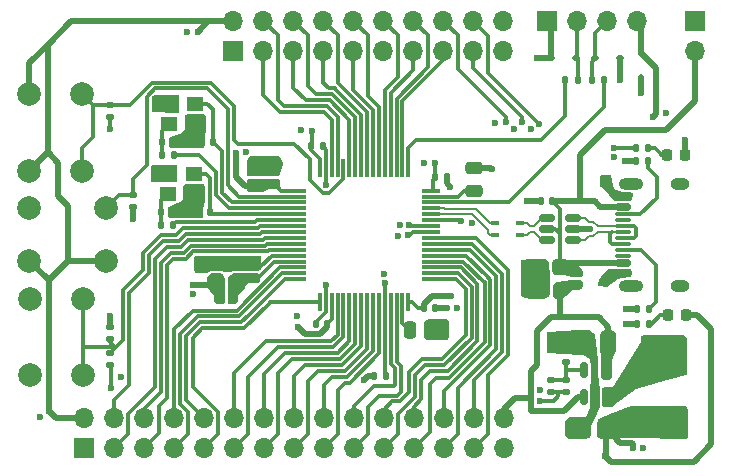
<source format=gbr>
%TF.GenerationSoftware,KiCad,Pcbnew,8.0.7*%
%TF.CreationDate,2024-12-25T08:40:24+02:00*%
%TF.ProjectId,STM32F405RGT6_BlackPill,53544d33-3246-4343-9035-524754365f42,rev?*%
%TF.SameCoordinates,Original*%
%TF.FileFunction,Copper,L1,Top*%
%TF.FilePolarity,Positive*%
%FSLAX46Y46*%
G04 Gerber Fmt 4.6, Leading zero omitted, Abs format (unit mm)*
G04 Created by KiCad (PCBNEW 8.0.7) date 2024-12-25 08:40:24*
%MOMM*%
%LPD*%
G01*
G04 APERTURE LIST*
G04 Aperture macros list*
%AMRoundRect*
0 Rectangle with rounded corners*
0 $1 Rounding radius*
0 $2 $3 $4 $5 $6 $7 $8 $9 X,Y pos of 4 corners*
0 Add a 4 corners polygon primitive as box body*
4,1,4,$2,$3,$4,$5,$6,$7,$8,$9,$2,$3,0*
0 Add four circle primitives for the rounded corners*
1,1,$1+$1,$2,$3*
1,1,$1+$1,$4,$5*
1,1,$1+$1,$6,$7*
1,1,$1+$1,$8,$9*
0 Add four rect primitives between the rounded corners*
20,1,$1+$1,$2,$3,$4,$5,0*
20,1,$1+$1,$4,$5,$6,$7,0*
20,1,$1+$1,$6,$7,$8,$9,0*
20,1,$1+$1,$8,$9,$2,$3,0*%
G04 Aperture macros list end*
%TA.AperFunction,ComponentPad*%
%ADD10R,1.700000X1.700000*%
%TD*%
%TA.AperFunction,ComponentPad*%
%ADD11O,1.700000X1.700000*%
%TD*%
%TA.AperFunction,SMDPad,CuDef*%
%ADD12RoundRect,0.075000X-0.700000X-0.075000X0.700000X-0.075000X0.700000X0.075000X-0.700000X0.075000X0*%
%TD*%
%TA.AperFunction,SMDPad,CuDef*%
%ADD13RoundRect,0.075000X-0.075000X-0.700000X0.075000X-0.700000X0.075000X0.700000X-0.075000X0.700000X0*%
%TD*%
%TA.AperFunction,SMDPad,CuDef*%
%ADD14RoundRect,0.140000X-0.140000X-0.170000X0.140000X-0.170000X0.140000X0.170000X-0.140000X0.170000X0*%
%TD*%
%TA.AperFunction,ComponentPad*%
%ADD15C,2.000000*%
%TD*%
%TA.AperFunction,SMDPad,CuDef*%
%ADD16R,0.762000X0.304800*%
%TD*%
%TA.AperFunction,SMDPad,CuDef*%
%ADD17R,1.400000X1.200000*%
%TD*%
%TA.AperFunction,SMDPad,CuDef*%
%ADD18RoundRect,0.150000X0.150000X-0.512500X0.150000X0.512500X-0.150000X0.512500X-0.150000X-0.512500X0*%
%TD*%
%TA.AperFunction,SMDPad,CuDef*%
%ADD19RoundRect,0.140000X0.170000X-0.140000X0.170000X0.140000X-0.170000X0.140000X-0.170000X-0.140000X0*%
%TD*%
%TA.AperFunction,SMDPad,CuDef*%
%ADD20RoundRect,0.112500X-0.112500X0.187500X-0.112500X-0.187500X0.112500X-0.187500X0.112500X0.187500X0*%
%TD*%
%TA.AperFunction,SMDPad,CuDef*%
%ADD21RoundRect,0.135000X0.185000X-0.135000X0.185000X0.135000X-0.185000X0.135000X-0.185000X-0.135000X0*%
%TD*%
%TA.AperFunction,SMDPad,CuDef*%
%ADD22RoundRect,0.147500X-0.172500X0.147500X-0.172500X-0.147500X0.172500X-0.147500X0.172500X0.147500X0*%
%TD*%
%TA.AperFunction,SMDPad,CuDef*%
%ADD23RoundRect,0.135000X-0.185000X0.135000X-0.185000X-0.135000X0.185000X-0.135000X0.185000X0.135000X0*%
%TD*%
%TA.AperFunction,SMDPad,CuDef*%
%ADD24RoundRect,0.135000X0.135000X0.185000X-0.135000X0.185000X-0.135000X-0.185000X0.135000X-0.185000X0*%
%TD*%
%TA.AperFunction,SMDPad,CuDef*%
%ADD25RoundRect,0.135000X-0.135000X-0.185000X0.135000X-0.185000X0.135000X0.185000X-0.135000X0.185000X0*%
%TD*%
%TA.AperFunction,SMDPad,CuDef*%
%ADD26RoundRect,0.225000X0.225000X0.250000X-0.225000X0.250000X-0.225000X-0.250000X0.225000X-0.250000X0*%
%TD*%
%TA.AperFunction,SMDPad,CuDef*%
%ADD27RoundRect,0.250000X0.475000X-0.250000X0.475000X0.250000X-0.475000X0.250000X-0.475000X-0.250000X0*%
%TD*%
%TA.AperFunction,SMDPad,CuDef*%
%ADD28RoundRect,0.225000X0.250000X-0.225000X0.250000X0.225000X-0.250000X0.225000X-0.250000X-0.225000X0*%
%TD*%
%TA.AperFunction,SMDPad,CuDef*%
%ADD29RoundRect,0.140000X0.140000X0.170000X-0.140000X0.170000X-0.140000X-0.170000X0.140000X-0.170000X0*%
%TD*%
%TA.AperFunction,SMDPad,CuDef*%
%ADD30RoundRect,0.250000X0.250000X0.475000X-0.250000X0.475000X-0.250000X-0.475000X0.250000X-0.475000X0*%
%TD*%
%TA.AperFunction,SMDPad,CuDef*%
%ADD31RoundRect,0.250000X-0.250000X-0.475000X0.250000X-0.475000X0.250000X0.475000X-0.250000X0.475000X0*%
%TD*%
%TA.AperFunction,SMDPad,CuDef*%
%ADD32RoundRect,0.218750X-0.218750X-0.256250X0.218750X-0.256250X0.218750X0.256250X-0.218750X0.256250X0*%
%TD*%
%TA.AperFunction,SMDPad,CuDef*%
%ADD33R,3.500000X2.350000*%
%TD*%
%TA.AperFunction,SMDPad,CuDef*%
%ADD34RoundRect,0.112500X0.187500X0.112500X-0.187500X0.112500X-0.187500X-0.112500X0.187500X-0.112500X0*%
%TD*%
%TA.AperFunction,SMDPad,CuDef*%
%ADD35RoundRect,0.112500X-0.187500X-0.112500X0.187500X-0.112500X0.187500X0.112500X-0.187500X0.112500X0*%
%TD*%
%TA.AperFunction,SMDPad,CuDef*%
%ADD36RoundRect,0.150000X0.500000X-0.150000X0.500000X0.150000X-0.500000X0.150000X-0.500000X-0.150000X0*%
%TD*%
%TA.AperFunction,SMDPad,CuDef*%
%ADD37RoundRect,0.075000X0.575000X-0.075000X0.575000X0.075000X-0.575000X0.075000X-0.575000X-0.075000X0*%
%TD*%
%TA.AperFunction,ComponentPad*%
%ADD38O,2.100000X1.000000*%
%TD*%
%TA.AperFunction,ComponentPad*%
%ADD39O,1.600000X1.000000*%
%TD*%
%TA.AperFunction,SMDPad,CuDef*%
%ADD40RoundRect,0.147500X0.147500X0.172500X-0.147500X0.172500X-0.147500X-0.172500X0.147500X-0.172500X0*%
%TD*%
%TA.AperFunction,SMDPad,CuDef*%
%ADD41RoundRect,0.150000X0.512500X0.150000X-0.512500X0.150000X-0.512500X-0.150000X0.512500X-0.150000X0*%
%TD*%
%TA.AperFunction,SMDPad,CuDef*%
%ADD42RoundRect,0.218750X0.218750X0.256250X-0.218750X0.256250X-0.218750X-0.256250X0.218750X-0.256250X0*%
%TD*%
%TA.AperFunction,ViaPad*%
%ADD43C,0.600000*%
%TD*%
%TA.AperFunction,Conductor*%
%ADD44C,0.200000*%
%TD*%
%TA.AperFunction,Conductor*%
%ADD45C,0.500000*%
%TD*%
%TA.AperFunction,Conductor*%
%ADD46C,0.300000*%
%TD*%
G04 APERTURE END LIST*
D10*
%TO.P,J103,1,Pin_1*%
%TO.N,GND*%
X136100000Y-36900000D03*
D11*
%TO.P,J103,2,Pin_2*%
%TO.N,VBUS*%
X136100000Y-39440000D03*
%TD*%
D12*
%TO.P,U100,1,VBAT*%
%TO.N,+3.3V*%
X102425000Y-51250000D03*
%TO.P,U100,2,PC13*%
%TO.N,PC13*%
X102425000Y-51750000D03*
%TO.P,U100,3,PC14*%
%TO.N,OSC32_IN*%
X102425000Y-52250000D03*
%TO.P,U100,4,PC15*%
%TO.N,OSC32_OUT*%
X102425000Y-52750000D03*
%TO.P,U100,5,PH0*%
%TO.N,HSE_IN*%
X102425000Y-53250000D03*
%TO.P,U100,6,PH1*%
%TO.N,HSE_OUT*%
X102425000Y-53750000D03*
%TO.P,U100,7,NRST*%
%TO.N,NRST*%
X102425000Y-54250000D03*
%TO.P,U100,8,PC0*%
%TO.N,PC0*%
X102425000Y-54750000D03*
%TO.P,U100,9,PC1*%
%TO.N,PC1*%
X102425000Y-55250000D03*
%TO.P,U100,10,PC2*%
%TO.N,PC2*%
X102425000Y-55750000D03*
%TO.P,U100,11,PC3*%
%TO.N,PC3*%
X102425000Y-56250000D03*
%TO.P,U100,12,VSSA*%
%TO.N,GND*%
X102425000Y-56750000D03*
%TO.P,U100,13,VDDA*%
%TO.N,+3.3VA*%
X102425000Y-57250000D03*
%TO.P,U100,14,PA0*%
%TO.N,PA0*%
X102425000Y-57750000D03*
%TO.P,U100,15,PA1*%
%TO.N,PA1*%
X102425000Y-58250000D03*
%TO.P,U100,16,PA2*%
%TO.N,PA2*%
X102425000Y-58750000D03*
D13*
%TO.P,U100,17,PA3*%
%TO.N,PA3*%
X104350000Y-60675000D03*
%TO.P,U100,18,VSS*%
%TO.N,GND*%
X104850000Y-60675000D03*
%TO.P,U100,19,VDD*%
%TO.N,+3.3V*%
X105350000Y-60675000D03*
%TO.P,U100,20,PA4*%
%TO.N,PA4*%
X105850000Y-60675000D03*
%TO.P,U100,21,PA5*%
%TO.N,PA5*%
X106350000Y-60675000D03*
%TO.P,U100,22,PA6*%
%TO.N,PA6*%
X106850000Y-60675000D03*
%TO.P,U100,23,PA7*%
%TO.N,PA7*%
X107350000Y-60675000D03*
%TO.P,U100,24,PC4*%
%TO.N,PC4*%
X107850000Y-60675000D03*
%TO.P,U100,25,PC5*%
%TO.N,PC5*%
X108350000Y-60675000D03*
%TO.P,U100,26,PB0*%
%TO.N,PB0*%
X108850000Y-60675000D03*
%TO.P,U100,27,PB1*%
%TO.N,PB1*%
X109350000Y-60675000D03*
%TO.P,U100,28,PB2*%
%TO.N,PB2*%
X109850000Y-60675000D03*
%TO.P,U100,29,PB10*%
%TO.N,PB10*%
X110350000Y-60675000D03*
%TO.P,U100,30,PB11*%
%TO.N,PB11*%
X110850000Y-60675000D03*
%TO.P,U100,31,VCAP_1*%
%TO.N,/MCU/VCAP_1*%
X111350000Y-60675000D03*
%TO.P,U100,32,VDD*%
%TO.N,+3.3V*%
X111850000Y-60675000D03*
D12*
%TO.P,U100,33,PB12*%
%TO.N,PB12*%
X113775000Y-58750000D03*
%TO.P,U100,34,PB13*%
%TO.N,PB13*%
X113775000Y-58250000D03*
%TO.P,U100,35,PB14*%
%TO.N,PB14*%
X113775000Y-57750000D03*
%TO.P,U100,36,PB15*%
%TO.N,PB15*%
X113775000Y-57250000D03*
%TO.P,U100,37,PC6*%
%TO.N,PC6*%
X113775000Y-56750000D03*
%TO.P,U100,38,PC7*%
%TO.N,PC7*%
X113775000Y-56250000D03*
%TO.P,U100,39,PC8*%
%TO.N,PC8*%
X113775000Y-55750000D03*
%TO.P,U100,40,PC9*%
%TO.N,PC9*%
X113775000Y-55250000D03*
%TO.P,U100,41,PA8*%
%TO.N,PA8*%
X113775000Y-54750000D03*
%TO.P,U100,42,PA9*%
%TO.N,PA9*%
X113775000Y-54250000D03*
%TO.P,U100,43,PA10*%
%TO.N,PA10*%
X113775000Y-53750000D03*
%TO.P,U100,44,PA11*%
%TO.N,USB_D-*%
X113775000Y-53250000D03*
%TO.P,U100,45,PA12*%
%TO.N,USB_D+*%
X113775000Y-52750000D03*
%TO.P,U100,46,PA13*%
%TO.N,SWDIO*%
X113775000Y-52250000D03*
%TO.P,U100,47,VCAP_2*%
%TO.N,/MCU/VCAP_2*%
X113775000Y-51750000D03*
%TO.P,U100,48,VDD*%
%TO.N,+3.3V*%
X113775000Y-51250000D03*
D13*
%TO.P,U100,49,PA14*%
%TO.N,SWCLK*%
X111850000Y-49325000D03*
%TO.P,U100,50,PA15*%
%TO.N,PA15*%
X111350000Y-49325000D03*
%TO.P,U100,51,PC10*%
%TO.N,PC10*%
X110850000Y-49325000D03*
%TO.P,U100,52,PC11*%
%TO.N,PC11*%
X110350000Y-49325000D03*
%TO.P,U100,53,PC12*%
%TO.N,PC12*%
X109850000Y-49325000D03*
%TO.P,U100,54,PD2*%
%TO.N,PD2*%
X109350000Y-49325000D03*
%TO.P,U100,55,PB3*%
%TO.N,PB3*%
X108850000Y-49325000D03*
%TO.P,U100,56,PB4*%
%TO.N,PB4*%
X108350000Y-49325000D03*
%TO.P,U100,57,PB5*%
%TO.N,PB5*%
X107850000Y-49325000D03*
%TO.P,U100,58,PB6*%
%TO.N,PB6*%
X107350000Y-49325000D03*
%TO.P,U100,59,PB7*%
%TO.N,PB7*%
X106850000Y-49325000D03*
%TO.P,U100,60,BOOT0*%
%TO.N,BOOT0*%
X106350000Y-49325000D03*
%TO.P,U100,61,PB8*%
%TO.N,PB8*%
X105850000Y-49325000D03*
%TO.P,U100,62,PB9*%
%TO.N,PB9*%
X105350000Y-49325000D03*
%TO.P,U100,63,VSS*%
%TO.N,GND*%
X104850000Y-49325000D03*
%TO.P,U100,64,VDD*%
%TO.N,+3.3V*%
X104350000Y-49325000D03*
%TD*%
D14*
%TO.P,C105,1*%
%TO.N,+3.3V*%
X113170000Y-61200000D03*
%TO.P,C105,2*%
%TO.N,GND*%
X114130000Y-61200000D03*
%TD*%
D15*
%TO.P,SW102,1,1*%
%TO.N,PC13*%
X79750000Y-52700000D03*
X86250000Y-52700000D03*
%TO.P,SW102,2,2*%
%TO.N,+3.3V*%
X79750000Y-57200000D03*
X86250000Y-57200000D03*
%TD*%
D16*
%TO.P,U201,1,1*%
%TO.N,/USB/USB_CMC_D-*%
X121314249Y-55000000D03*
%TO.P,U201,2,2*%
%TO.N,/USB/USB_CMC_D+*%
X121314249Y-54000000D03*
%TO.P,U201,3,3*%
%TO.N,USB_D+*%
X119155249Y-54000000D03*
%TO.P,U201,4,4*%
%TO.N,USB_D-*%
X119155249Y-55000000D03*
%TD*%
D17*
%TO.P,Y100,1,1*%
%TO.N,HSE_IN*%
X93700000Y-49800000D03*
%TO.P,Y100,2,2*%
%TO.N,GND*%
X91500000Y-49800000D03*
%TO.P,Y100,3,3*%
%TO.N,/MCU/XTAL_IN*%
X91500000Y-51500000D03*
%TO.P,Y100,4,4*%
%TO.N,GND*%
X93700000Y-51500000D03*
%TD*%
D18*
%TO.P,U300,1,EN*%
%TO.N,+5V*%
X126750000Y-68750000D03*
%TO.P,U300,2,GND*%
%TO.N,GND*%
X127700000Y-68750000D03*
%TO.P,U300,3,SW*%
%TO.N,/power/BUCK_SW*%
X128650000Y-68750000D03*
%TO.P,U300,4,VIN*%
%TO.N,+5V*%
X128650000Y-66475000D03*
%TO.P,U300,5,FB*%
%TO.N,/power/BUCK_FB*%
X126750000Y-66475000D03*
%TD*%
D19*
%TO.P,C304,1*%
%TO.N,+3.3V*%
X123900000Y-68280000D03*
%TO.P,C304,2*%
%TO.N,/power/BUCK_FB*%
X123900000Y-67320000D03*
%TD*%
D15*
%TO.P,SW100,1,1*%
%TO.N,BOOT0*%
X84250000Y-43050000D03*
X84250000Y-49550000D03*
%TO.P,SW100,2,2*%
%TO.N,+3.3V*%
X79750000Y-43050000D03*
X79750000Y-49550000D03*
%TD*%
D19*
%TO.P,C102,1*%
%TO.N,+3.3V*%
X100450000Y-50630000D03*
%TO.P,C102,2*%
%TO.N,GND*%
X100450000Y-49670000D03*
%TD*%
D20*
%TO.P,D100,1,A1*%
%TO.N,+3.3V*%
X131560000Y-39610000D03*
%TO.P,D100,2,A2*%
%TO.N,GND*%
X131560000Y-41710000D03*
%TD*%
D21*
%TO.P,R102,1*%
%TO.N,+3.3V*%
X86600000Y-66010000D03*
%TO.P,R102,2*%
%TO.N,NRST*%
X86600000Y-64990000D03*
%TD*%
D22*
%TO.P,L300,1,1*%
%TO.N,VBUS*%
X126100000Y-58215000D03*
%TO.P,L300,2,2*%
%TO.N,+5V*%
X126100000Y-59185000D03*
%TD*%
D23*
%TO.P,R100,1*%
%TO.N,BOOT0*%
X86600000Y-43990000D03*
%TO.P,R100,2*%
%TO.N,GND*%
X86600000Y-45010000D03*
%TD*%
D24*
%TO.P,R101,1*%
%TO.N,PB2*%
X109950000Y-66950000D03*
%TO.P,R101,2*%
%TO.N,GND*%
X108930000Y-66950000D03*
%TD*%
D25*
%TO.P,R302,1*%
%TO.N,GND*%
X131190000Y-62500000D03*
%TO.P,R302,2*%
%TO.N,/power/LED_PWR_K*%
X132210000Y-62500000D03*
%TD*%
D15*
%TO.P,SW101,1,1*%
%TO.N,GND*%
X79800000Y-66900000D03*
X79800000Y-60400000D03*
%TO.P,SW101,2,2*%
%TO.N,NRST*%
X84300000Y-66900000D03*
X84300000Y-60400000D03*
%TD*%
D14*
%TO.P,C111,1*%
%TO.N,/MCU/XTAL_IN*%
X90920000Y-53050000D03*
%TO.P,C111,2*%
%TO.N,GND*%
X91880000Y-53050000D03*
%TD*%
D24*
%TO.P,R103,1*%
%TO.N,HSE_OUT*%
X91910000Y-54200000D03*
%TO.P,R103,2*%
%TO.N,/MCU/XTAL_IN*%
X90890000Y-54200000D03*
%TD*%
D25*
%TO.P,R105,1*%
%TO.N,/MCU/SWDIO_CONN*%
X127400000Y-41860000D03*
%TO.P,R105,2*%
%TO.N,SWDIO*%
X128420000Y-41860000D03*
%TD*%
D26*
%TO.P,C301,1*%
%TO.N,+5V*%
X124675000Y-59700000D03*
%TO.P,C301,2*%
%TO.N,GND*%
X123125000Y-59700000D03*
%TD*%
D23*
%TO.P,R301,1*%
%TO.N,GND*%
X125200000Y-64740000D03*
%TO.P,R301,2*%
%TO.N,/power/BUCK_FB*%
X125200000Y-65760000D03*
%TD*%
D27*
%TO.P,C115,1*%
%TO.N,/MCU/VCAP_2*%
X117400000Y-51250000D03*
%TO.P,C115,2*%
%TO.N,GND*%
X117400000Y-49350000D03*
%TD*%
D23*
%TO.P,R107,1*%
%TO.N,PC13*%
X88500000Y-51600000D03*
%TO.P,R107,2*%
%TO.N,GND*%
X88500000Y-52620000D03*
%TD*%
D28*
%TO.P,C101,1*%
%TO.N,+3.3V*%
X98850000Y-50825000D03*
%TO.P,C101,2*%
%TO.N,GND*%
X98850000Y-49275000D03*
%TD*%
D19*
%TO.P,C100,1*%
%TO.N,NRST*%
X86600000Y-63780000D03*
%TO.P,C100,2*%
%TO.N,GND*%
X86600000Y-62820000D03*
%TD*%
D29*
%TO.P,C106,1*%
%TO.N,+3.3V*%
X104980000Y-62500000D03*
%TO.P,C106,2*%
%TO.N,GND*%
X104020000Y-62500000D03*
%TD*%
%TO.P,C200,1*%
%TO.N,VBUS*%
X124014749Y-52150000D03*
%TO.P,C200,2*%
%TO.N,GND*%
X123054749Y-52150000D03*
%TD*%
D30*
%TO.P,C303,1*%
%TO.N,+3.3V*%
X128550000Y-71350000D03*
%TO.P,C303,2*%
%TO.N,GND*%
X126650000Y-71350000D03*
%TD*%
D10*
%TO.P,J100,1,Pin_1*%
%TO.N,GND*%
X123620000Y-36900000D03*
D11*
%TO.P,J100,2,Pin_2*%
%TO.N,/MCU/SWCLK_CONN*%
X126160000Y-36900000D03*
%TO.P,J100,3,Pin_3*%
%TO.N,/MCU/SWDIO_CONN*%
X128700000Y-36900000D03*
%TO.P,J100,4,Pin_4*%
%TO.N,+3.3V*%
X131240000Y-36900000D03*
%TD*%
D24*
%TO.P,R104,1*%
%TO.N,OSC32_OUT*%
X92010000Y-48200000D03*
%TO.P,R104,2*%
%TO.N,/MCU/XTAL32_IN*%
X90990000Y-48200000D03*
%TD*%
%TO.P,R106,1*%
%TO.N,/MCU/SWCLK_CONN*%
X126170000Y-41860000D03*
%TO.P,R106,2*%
%TO.N,SWCLK*%
X125150000Y-41860000D03*
%TD*%
D14*
%TO.P,C104,1*%
%TO.N,+3.3V*%
X114120000Y-50100000D03*
%TO.P,C104,2*%
%TO.N,GND*%
X115080000Y-50100000D03*
%TD*%
D31*
%TO.P,C114,1*%
%TO.N,/MCU/VCAP_1*%
X111950000Y-63050000D03*
%TO.P,C114,2*%
%TO.N,GND*%
X113850000Y-63050000D03*
%TD*%
D25*
%TO.P,R200,1*%
%TO.N,GND*%
X131220000Y-61300000D03*
%TO.P,R200,2*%
%TO.N,/USB/USB_CONN_CC1*%
X132240000Y-61300000D03*
%TD*%
%TO.P,R108,1*%
%TO.N,PB2*%
X131090000Y-47600000D03*
%TO.P,R108,2*%
%TO.N,Net-(D103-A)*%
X132110000Y-47600000D03*
%TD*%
D32*
%TO.P,D300,1,K*%
%TO.N,/power/LED_PWR_K*%
X133812500Y-61800000D03*
%TO.P,D300,2,A*%
%TO.N,+3.3V*%
X135387500Y-61800000D03*
%TD*%
D30*
%TO.P,C302,1*%
%TO.N,+5V*%
X128750000Y-64050000D03*
%TO.P,C302,2*%
%TO.N,GND*%
X126850000Y-64050000D03*
%TD*%
D26*
%TO.P,C300,1*%
%TO.N,VBUS*%
X124675000Y-57700000D03*
%TO.P,C300,2*%
%TO.N,GND*%
X123125000Y-57700000D03*
%TD*%
D17*
%TO.P,Y1,1,1*%
%TO.N,OSC32_IN*%
X93800000Y-43900000D03*
%TO.P,Y1,2,2*%
%TO.N,GND*%
X91600000Y-43900000D03*
%TO.P,Y1,3,3*%
%TO.N,/MCU/XTAL32_IN*%
X91600000Y-45600000D03*
%TO.P,Y1,4,4*%
%TO.N,GND*%
X93800000Y-45600000D03*
%TD*%
D33*
%TO.P,L301,1,1*%
%TO.N,/power/BUCK_SW*%
X133550000Y-64850000D03*
%TO.P,L301,2,2*%
%TO.N,+3.3V*%
X133550000Y-70900000D03*
%TD*%
D14*
%TO.P,C103,1*%
%TO.N,+3.3V*%
X103620000Y-47500000D03*
%TO.P,C103,2*%
%TO.N,GND*%
X104580000Y-47500000D03*
%TD*%
D29*
%TO.P,C112,1*%
%TO.N,OSC32_IN*%
X95280000Y-47100000D03*
%TO.P,C112,2*%
%TO.N,GND*%
X94320000Y-47100000D03*
%TD*%
D34*
%TO.P,D102,1,A1*%
%TO.N,/MCU/SWCLK_CONN*%
X126010000Y-40060000D03*
%TO.P,D102,2,A2*%
%TO.N,GND*%
X123910000Y-40060000D03*
%TD*%
D35*
%TO.P,D101,1,A1*%
%TO.N,/MCU/SWDIO_CONN*%
X127660000Y-40060000D03*
%TO.P,D101,2,A2*%
%TO.N,GND*%
X129760000Y-40060000D03*
%TD*%
D36*
%TO.P,J200,A1,GND*%
%TO.N,GND*%
X130055000Y-58200000D03*
%TO.P,J200,A4,VBUS*%
%TO.N,VBUS*%
X130055000Y-57400000D03*
D37*
%TO.P,J200,A5,CC1*%
%TO.N,/USB/USB_CONN_CC1*%
X130055000Y-56250000D03*
%TO.P,J200,A6,D+*%
%TO.N,/USB/USB_CONN_D+*%
X130055000Y-55250000D03*
%TO.P,J200,A7,D-*%
%TO.N,/USB/USB_CONN_D-*%
X130055000Y-54750000D03*
%TO.P,J200,A8,SBU1*%
%TO.N,unconnected-(J200-SBU1-PadA8)*%
X130055000Y-53750000D03*
D36*
%TO.P,J200,A9,VBUS*%
%TO.N,VBUS*%
X130055000Y-52600000D03*
%TO.P,J200,A12,GND*%
%TO.N,GND*%
X130055000Y-51800000D03*
%TO.P,J200,B1,GND*%
X130055000Y-51800000D03*
%TO.P,J200,B4,VBUS*%
%TO.N,VBUS*%
X130055000Y-52600000D03*
D37*
%TO.P,J200,B5,CC2*%
%TO.N,/USB/USB_CONN_CC2*%
X130055000Y-53250000D03*
%TO.P,J200,B6,D+*%
%TO.N,/USB/USB_CONN_D+*%
X130055000Y-54250000D03*
%TO.P,J200,B7,D-*%
%TO.N,/USB/USB_CONN_D-*%
X130055000Y-55750000D03*
%TO.P,J200,B8,SBU2*%
%TO.N,unconnected-(J200-SBU2-PadB8)*%
X130055000Y-56750000D03*
D36*
%TO.P,J200,B9,VBUS*%
%TO.N,VBUS*%
X130055000Y-57400000D03*
%TO.P,J200,B12,GND*%
%TO.N,GND*%
X130055000Y-58200000D03*
D38*
%TO.P,J200,S1,SHIELD*%
%TO.N,unconnected-(J200-SHIELD-PadS1)*%
X130695000Y-59320000D03*
D39*
%TO.N,unconnected-(J200-SHIELD-PadS1)_2*%
X134875000Y-59320000D03*
D38*
%TO.N,unconnected-(J200-SHIELD-PadS1)_3*%
X130695000Y-50680000D03*
D39*
%TO.N,unconnected-(J200-SHIELD-PadS1)_1*%
X134875000Y-50680000D03*
%TD*%
D28*
%TO.P,C108,1*%
%TO.N,+3.3VA*%
X97300000Y-58950000D03*
%TO.P,C108,2*%
%TO.N,GND*%
X97300000Y-57400000D03*
%TD*%
D19*
%TO.P,C107,1*%
%TO.N,+3.3VA*%
X98800000Y-58630000D03*
%TO.P,C107,2*%
%TO.N,GND*%
X98800000Y-57670000D03*
%TD*%
D23*
%TO.P,R300,1*%
%TO.N,/power/BUCK_FB*%
X125200000Y-67265000D03*
%TO.P,R300,2*%
%TO.N,+3.3V*%
X125200000Y-68285000D03*
%TD*%
D14*
%TO.P,C113,1*%
%TO.N,/MCU/XTAL32_IN*%
X91020000Y-47100000D03*
%TO.P,C113,2*%
%TO.N,GND*%
X91980000Y-47100000D03*
%TD*%
D28*
%TO.P,C109,1*%
%TO.N,+3.3V*%
X95500000Y-58950000D03*
%TO.P,C109,2*%
%TO.N,GND*%
X95500000Y-57400000D03*
%TD*%
D40*
%TO.P,L100,1,1*%
%TO.N,+3.3VA*%
X96885000Y-60350000D03*
%TO.P,L100,2,2*%
%TO.N,+3.3V*%
X95915000Y-60350000D03*
%TD*%
D41*
%TO.P,U200,1,I/O1*%
%TO.N,/USB/USB_CONN_D-*%
X125822249Y-55450000D03*
%TO.P,U200,2,GND*%
%TO.N,GND*%
X125822249Y-54500000D03*
%TO.P,U200,3,I/O2*%
%TO.N,/USB/USB_CONN_D+*%
X125822249Y-53550000D03*
%TO.P,U200,4,I/O2*%
%TO.N,/USB/USB_CMC_D+*%
X123547249Y-53550000D03*
%TO.P,U200,5,VBUS*%
%TO.N,VBUS*%
X123547249Y-54500000D03*
%TO.P,U200,6,I/O1*%
%TO.N,/USB/USB_CMC_D-*%
X123547249Y-55450000D03*
%TD*%
D42*
%TO.P,D103,1,K*%
%TO.N,GND*%
X135287500Y-48200000D03*
%TO.P,D103,2,A*%
%TO.N,Net-(D103-A)*%
X133712500Y-48200000D03*
%TD*%
D10*
%TO.P,J102,1,Pin_1*%
%TO.N,GND*%
X97040000Y-39440000D03*
D11*
%TO.P,J102,2,Pin_2*%
%TO.N,+3.3V*%
X97040000Y-36900000D03*
%TO.P,J102,3,Pin_3*%
%TO.N,PB9*%
X99580000Y-39440000D03*
%TO.P,J102,4,Pin_4*%
%TO.N,PB8*%
X99580000Y-36900000D03*
%TO.P,J102,5,Pin_5*%
%TO.N,PB7*%
X102120000Y-39440000D03*
%TO.P,J102,6,Pin_6*%
%TO.N,PB6*%
X102120000Y-36900000D03*
%TO.P,J102,7,Pin_7*%
%TO.N,PB5*%
X104660000Y-39440000D03*
%TO.P,J102,8,Pin_8*%
%TO.N,PB4*%
X104660000Y-36900000D03*
%TO.P,J102,9,Pin_9*%
%TO.N,PB3*%
X107200000Y-39440000D03*
%TO.P,J102,10,Pin_10*%
%TO.N,PD2*%
X107200000Y-36900000D03*
%TO.P,J102,11,Pin_11*%
%TO.N,GND*%
X109740000Y-39440000D03*
%TO.P,J102,12,Pin_12*%
%TO.N,PC12*%
X109740000Y-36900000D03*
%TO.P,J102,13,Pin_13*%
%TO.N,PC11*%
X112280000Y-39440000D03*
%TO.P,J102,14,Pin_14*%
%TO.N,PC10*%
X112280000Y-36900000D03*
%TO.P,J102,15,Pin_15*%
%TO.N,PA15*%
X114820000Y-39440000D03*
%TO.P,J102,16,Pin_16*%
%TO.N,PA10*%
X114820000Y-36900000D03*
%TO.P,J102,17,Pin_17*%
%TO.N,PA9*%
X117360000Y-39440000D03*
%TO.P,J102,18,Pin_18*%
%TO.N,PA8*%
X117360000Y-36900000D03*
%TO.P,J102,19,Pin_19*%
%TO.N,GND*%
X119900000Y-39440000D03*
%TO.P,J102,20,Pin_20*%
%TO.N,+5V*%
X119900000Y-36900000D03*
%TD*%
D25*
%TO.P,R201,1*%
%TO.N,GND*%
X131090000Y-48750000D03*
%TO.P,R201,2*%
%TO.N,/USB/USB_CONN_CC2*%
X132110000Y-48750000D03*
%TD*%
D29*
%TO.P,C110,1*%
%TO.N,HSE_IN*%
X95080000Y-53050000D03*
%TO.P,C110,2*%
%TO.N,GND*%
X94120000Y-53050000D03*
%TD*%
D10*
%TO.P,J101,1,Pin_1*%
%TO.N,GND*%
X84380000Y-73040000D03*
D11*
%TO.P,J101,2,Pin_2*%
%TO.N,+3.3V*%
X84380000Y-70500000D03*
%TO.P,J101,3,Pin_3*%
%TO.N,PC1*%
X86920000Y-73040000D03*
%TO.P,J101,4,Pin_4*%
%TO.N,PC0*%
X86920000Y-70500000D03*
%TO.P,J101,5,Pin_5*%
%TO.N,PC3*%
X89460000Y-73040000D03*
%TO.P,J101,6,Pin_6*%
%TO.N,PC2*%
X89460000Y-70500000D03*
%TO.P,J101,7,Pin_7*%
%TO.N,PA1*%
X92000000Y-73040000D03*
%TO.P,J101,8,Pin_8*%
%TO.N,PA0*%
X92000000Y-70500000D03*
%TO.P,J101,9,Pin_9*%
%TO.N,PA3*%
X94540000Y-73040000D03*
%TO.P,J101,10,Pin_10*%
%TO.N,PA2*%
X94540000Y-70500000D03*
%TO.P,J101,11,Pin_11*%
%TO.N,PA5*%
X97080000Y-73040000D03*
%TO.P,J101,12,Pin_12*%
%TO.N,PA4*%
X97080000Y-70500000D03*
%TO.P,J101,13,Pin_13*%
%TO.N,PA7*%
X99620000Y-73040000D03*
%TO.P,J101,14,Pin_14*%
%TO.N,PA6*%
X99620000Y-70500000D03*
%TO.P,J101,15,Pin_15*%
%TO.N,PC5*%
X102160000Y-73040000D03*
%TO.P,J101,16,Pin_16*%
%TO.N,PC4*%
X102160000Y-70500000D03*
%TO.P,J101,17,Pin_17*%
%TO.N,PB1*%
X104700000Y-73040000D03*
%TO.P,J101,18,Pin_18*%
%TO.N,PB0*%
X104700000Y-70500000D03*
%TO.P,J101,19,Pin_19*%
%TO.N,PB11*%
X107240000Y-73040000D03*
%TO.P,J101,20,Pin_20*%
%TO.N,PB10*%
X107240000Y-70500000D03*
%TO.P,J101,21,Pin_21*%
%TO.N,PB13*%
X109780000Y-73040000D03*
%TO.P,J101,22,Pin_22*%
%TO.N,PB12*%
X109780000Y-70500000D03*
%TO.P,J101,23,Pin_23*%
%TO.N,PB15*%
X112320000Y-73040000D03*
%TO.P,J101,24,Pin_24*%
%TO.N,PB14*%
X112320000Y-70500000D03*
%TO.P,J101,25,Pin_25*%
%TO.N,PC7*%
X114860000Y-73040000D03*
%TO.P,J101,26,Pin_26*%
%TO.N,PC6*%
X114860000Y-70500000D03*
%TO.P,J101,27,Pin_27*%
%TO.N,PC9*%
X117400000Y-73040000D03*
%TO.P,J101,28,Pin_28*%
%TO.N,PC8*%
X117400000Y-70500000D03*
%TO.P,J101,29,Pin_29*%
%TO.N,GND*%
X119940000Y-73040000D03*
%TO.P,J101,30,Pin_30*%
%TO.N,+5V*%
X119940000Y-70500000D03*
%TD*%
D43*
%TO.N,GND*%
X133700000Y-44700000D03*
%TO.N,+3.3V*%
X132600000Y-45000000D03*
%TO.N,GND*%
X99850000Y-48750000D03*
X114800000Y-63400000D03*
X122760000Y-40060000D03*
X114800000Y-62500000D03*
X127250000Y-54500000D03*
X130280000Y-61300000D03*
X129760000Y-41860000D03*
X98100000Y-48000000D03*
X121934749Y-52150000D03*
X119200000Y-45500000D03*
X128900000Y-58300000D03*
X90300000Y-49400000D03*
X80700000Y-70400000D03*
X130150000Y-48750000D03*
X130300000Y-62500000D03*
X93100000Y-37800000D03*
X90300000Y-50200000D03*
X122000000Y-58300000D03*
X123000000Y-68100000D03*
X94100000Y-57900000D03*
X104900000Y-50800000D03*
X92700000Y-52500000D03*
X102400000Y-61900000D03*
X125100000Y-63675000D03*
X93600000Y-60000000D03*
X124100000Y-64525000D03*
X135300000Y-46950000D03*
X122000000Y-57500000D03*
X128900000Y-51000000D03*
X113200000Y-48900000D03*
X86570000Y-61850000D03*
X124150000Y-63675000D03*
X118900000Y-49400000D03*
X90400000Y-43500000D03*
X120800000Y-46000000D03*
X122000000Y-59900000D03*
X102800000Y-46150000D03*
X131750000Y-73050000D03*
X128500000Y-50300000D03*
X111100000Y-54200000D03*
X93450000Y-47250000D03*
X111000000Y-55100000D03*
X104900000Y-59200000D03*
X122000000Y-59100000D03*
X115150000Y-61200000D03*
X116000000Y-61200000D03*
X128500000Y-59000000D03*
X93250000Y-53150000D03*
X88500000Y-53660000D03*
X86600000Y-45990000D03*
X87500000Y-67000000D03*
X90400000Y-44300000D03*
X129300000Y-48400000D03*
X92800000Y-46700000D03*
X115400000Y-50900000D03*
X100700000Y-48800000D03*
X131560000Y-42960000D03*
X94100000Y-57050000D03*
X108100000Y-67300000D03*
X109800000Y-58300000D03*
X122200000Y-46000000D03*
X117200000Y-54000000D03*
%TO.N,+3.3V*%
X103700000Y-46200000D03*
X81400000Y-69900000D03*
X97296701Y-48104052D03*
X93600000Y-59200000D03*
X128500000Y-73700000D03*
X123000000Y-69075000D03*
X114100000Y-48900000D03*
X115500000Y-60200000D03*
X130900000Y-73025000D03*
X86700000Y-68000000D03*
X94000000Y-37800000D03*
X102500000Y-62800000D03*
%TO.N,+5V*%
X127300000Y-61975000D03*
%TO.N,PA10*%
X116300000Y-53825000D03*
X120100000Y-45400000D03*
%TO.N,PA8*%
X111800000Y-55000000D03*
X122900000Y-45600000D03*
%TO.N,PA9*%
X111900000Y-54200000D03*
X121500000Y-45400000D03*
%TO.N,PB2*%
X129300000Y-47600000D03*
X109900000Y-59100000D03*
%TD*%
D44*
%TO.N,USB_D-*%
X114962501Y-53225000D02*
X114937501Y-53250000D01*
X117273529Y-53225000D02*
X114962501Y-53225000D01*
X118600000Y-54800000D02*
X118600000Y-54551471D01*
X118800000Y-55000000D02*
X118600000Y-54800000D01*
X119155249Y-55000000D02*
X118800000Y-55000000D01*
X118600000Y-54551471D02*
X117273529Y-53225000D01*
X114937501Y-53250000D02*
X113775000Y-53250000D01*
D45*
%TO.N,VBUS*%
X136100000Y-43700000D02*
X136100000Y-39440000D01*
X133700000Y-46100000D02*
X136100000Y-43700000D01*
X128500000Y-46100000D02*
X133700000Y-46100000D01*
X126400000Y-48200000D02*
X128500000Y-46100000D01*
X126400000Y-52150000D02*
X126400000Y-48200000D01*
X126400000Y-52150000D02*
X124014749Y-52150000D01*
X127650000Y-52150000D02*
X126400000Y-52150000D01*
%TO.N,+3.3V*%
X132800000Y-40850000D02*
X131560000Y-39610000D01*
X132600000Y-45000000D02*
X132800000Y-44800000D01*
X132800000Y-44800000D02*
X132800000Y-40850000D01*
D46*
%TO.N,SWDIO*%
X128420000Y-44180000D02*
X128420000Y-41860000D01*
X120350000Y-52250000D02*
X128420000Y-44180000D01*
X113775000Y-52250000D02*
X120350000Y-52250000D01*
%TO.N,SWCLK*%
X123100000Y-47000000D02*
X125150000Y-44950000D01*
X112500000Y-47000000D02*
X123100000Y-47000000D01*
X111850000Y-47650000D02*
X112500000Y-47000000D01*
X111850000Y-49325000D02*
X111850000Y-47650000D01*
X125150000Y-44950000D02*
X125150000Y-41860000D01*
%TO.N,GND*%
X104020000Y-62383120D02*
X104020000Y-62500000D01*
X99372642Y-57670000D02*
X98800000Y-57670000D01*
D45*
X131090000Y-48750000D02*
X130150000Y-48750000D01*
D46*
X104850000Y-60675000D02*
X104850000Y-61553120D01*
D45*
X135287500Y-48200000D02*
X135287500Y-46962500D01*
D46*
X104850000Y-50750000D02*
X104900000Y-50800000D01*
X102425000Y-56750000D02*
X100292642Y-56750000D01*
D45*
X115400000Y-50900000D02*
X115080000Y-50580000D01*
X108930000Y-66950000D02*
X108450000Y-66950000D01*
X117400000Y-49350000D02*
X118850000Y-49350000D01*
D46*
X104850000Y-49325000D02*
X104850000Y-50750000D01*
D45*
X125822249Y-54500000D02*
X127250000Y-54500000D01*
D46*
X104850000Y-49325000D02*
X104850000Y-47770000D01*
D45*
X129760000Y-40060000D02*
X129760000Y-41860000D01*
X131220000Y-61300000D02*
X130280000Y-61300000D01*
D46*
X104850000Y-61553120D02*
X104020000Y-62383120D01*
X104850000Y-47770000D02*
X104580000Y-47500000D01*
D45*
X131560000Y-41710000D02*
X131560000Y-42960000D01*
X123054749Y-52150000D02*
X121934749Y-52150000D01*
D46*
X104850000Y-59250000D02*
X104900000Y-59200000D01*
D45*
X118850000Y-49350000D02*
X118900000Y-49400000D01*
X86570000Y-61850000D02*
X86570000Y-62790000D01*
X123910000Y-37190000D02*
X123620000Y-36900000D01*
X114130000Y-61200000D02*
X115150000Y-61200000D01*
D46*
X104850000Y-60675000D02*
X104850000Y-59250000D01*
D45*
X123910000Y-40060000D02*
X122760000Y-40060000D01*
X88500000Y-52620000D02*
X88500000Y-53660000D01*
D46*
X86600000Y-45010000D02*
X86600000Y-45990000D01*
D45*
X115080000Y-50580000D02*
X115080000Y-50100000D01*
X108450000Y-66950000D02*
X108100000Y-67300000D01*
X123910000Y-40060000D02*
X123910000Y-37190000D01*
X86570000Y-62790000D02*
X86600000Y-62820000D01*
D46*
X100292642Y-56750000D02*
X99372642Y-57670000D01*
D45*
X135287500Y-46962500D02*
X135300000Y-46950000D01*
X131190000Y-62500000D02*
X130300000Y-62500000D01*
D46*
%TO.N,NRST*%
X90892894Y-55000000D02*
X89400000Y-56492894D01*
X87050000Y-64550000D02*
X86600000Y-64100000D01*
X84400000Y-64500000D02*
X84300000Y-64400000D01*
X86600000Y-64100000D02*
X86600000Y-63780000D01*
X84300000Y-64600000D02*
X84300000Y-66900000D01*
X87050000Y-64550000D02*
X86610000Y-64990000D01*
X87050000Y-64550000D02*
X87000000Y-64500000D01*
X92192894Y-55000000D02*
X90892894Y-55000000D01*
X89400000Y-58000000D02*
X87700000Y-59700000D01*
X99257107Y-54250000D02*
X99107107Y-54400000D01*
X87700000Y-63900000D02*
X87050000Y-64550000D01*
X89400000Y-56492894D02*
X89400000Y-58000000D01*
X84400000Y-64500000D02*
X84300000Y-64600000D01*
X102425000Y-54250000D02*
X99257107Y-54250000D01*
X84300000Y-64400000D02*
X84300000Y-60400000D01*
X92792894Y-54400000D02*
X92192894Y-55000000D01*
X99107107Y-54400000D02*
X92792894Y-54400000D01*
X87000000Y-64500000D02*
X84400000Y-64500000D01*
X86610000Y-64990000D02*
X86600000Y-64990000D01*
X87700000Y-59700000D02*
X87700000Y-63900000D01*
D45*
%TO.N,+3.3V*%
X94900000Y-36900000D02*
X97040000Y-36900000D01*
D46*
X103700000Y-47420000D02*
X103620000Y-47500000D01*
D45*
X81400000Y-58850000D02*
X79750000Y-57200000D01*
X102500000Y-62800000D02*
X103100000Y-63400000D01*
D46*
X104350000Y-48550000D02*
X103620000Y-47820000D01*
D45*
X94000000Y-37800000D02*
X94900000Y-36900000D01*
X83300000Y-36900000D02*
X81300000Y-38900000D01*
D46*
X113900000Y-50320000D02*
X113900000Y-51125000D01*
D45*
X97296701Y-48104052D02*
X97296701Y-50096701D01*
X82000000Y-70500000D02*
X84380000Y-70500000D01*
X131560000Y-38560000D02*
X131560000Y-37220000D01*
X131560000Y-39610000D02*
X131560000Y-38560000D01*
X81400000Y-69900000D02*
X82000000Y-70500000D01*
D46*
X95250000Y-59200000D02*
X95500000Y-58950000D01*
D45*
X83050000Y-57200000D02*
X86250000Y-57200000D01*
X82200000Y-48900000D02*
X81300000Y-48000000D01*
D46*
X124550000Y-68675000D02*
X124150000Y-69075000D01*
D45*
X93600000Y-59200000D02*
X95250000Y-59200000D01*
X137500000Y-63000000D02*
X136300000Y-61800000D01*
X137500000Y-72700000D02*
X137500000Y-63000000D01*
D46*
X113900000Y-51125000D02*
X113775000Y-51250000D01*
X105350000Y-62130000D02*
X104980000Y-62500000D01*
D45*
X130900000Y-73025000D02*
X130900000Y-72750000D01*
X81300000Y-38900000D02*
X79750000Y-40450000D01*
X115500000Y-60200000D02*
X113860001Y-60200000D01*
D46*
X128550000Y-73650000D02*
X128500000Y-73700000D01*
D45*
X82200000Y-51700000D02*
X82200000Y-48900000D01*
X113860001Y-60200000D02*
X113170000Y-60890001D01*
X131560000Y-37220000D02*
X131240000Y-36900000D01*
X129800000Y-72600000D02*
X128550000Y-71350000D01*
X104400000Y-63400000D02*
X104980000Y-62820000D01*
D46*
X114100000Y-49770001D02*
X114120000Y-49790001D01*
X124550000Y-68280000D02*
X125195000Y-68280000D01*
X114120000Y-50100000D02*
X113900000Y-50320000D01*
X105350000Y-60675000D02*
X105350000Y-62130000D01*
D45*
X130750000Y-72600000D02*
X129800000Y-72600000D01*
X79750000Y-40450000D02*
X79750000Y-43050000D01*
D46*
X86700000Y-66110000D02*
X86600000Y-66010000D01*
D45*
X136000000Y-74200000D02*
X137500000Y-72700000D01*
D46*
X103620000Y-47820000D02*
X103620000Y-47500000D01*
X124150000Y-69075000D02*
X123000000Y-69075000D01*
X102425000Y-51250000D02*
X101070000Y-51250000D01*
X104350000Y-49325000D02*
X104350000Y-48550000D01*
D45*
X83050000Y-57200000D02*
X83050000Y-52550000D01*
X83050000Y-52550000D02*
X82200000Y-51700000D01*
X129000000Y-74200000D02*
X136000000Y-74200000D01*
X128500000Y-73700000D02*
X129000000Y-74200000D01*
X94900000Y-36900000D02*
X83300000Y-36900000D01*
X130900000Y-72750000D02*
X130750000Y-72600000D01*
D46*
X101070000Y-51250000D02*
X100450000Y-50630000D01*
X103700000Y-46200000D02*
X103700000Y-47420000D01*
X123900000Y-68280000D02*
X124550000Y-68280000D01*
D45*
X128550000Y-71350000D02*
X128550000Y-73650000D01*
D46*
X86700000Y-68000000D02*
X86700000Y-66110000D01*
X112700000Y-61200000D02*
X113170000Y-61200000D01*
X114120000Y-49790001D02*
X114120000Y-50100000D01*
D45*
X97296701Y-50096701D02*
X98025000Y-50825000D01*
X103100000Y-63400000D02*
X104400000Y-63400000D01*
D46*
X104980000Y-62820000D02*
X104980000Y-62500000D01*
X111850000Y-60675000D02*
X112175000Y-60675000D01*
D45*
X81400000Y-58850000D02*
X83050000Y-57200000D01*
X81300000Y-48000000D02*
X79750000Y-49550000D01*
D46*
X114100000Y-48900000D02*
X114100000Y-49770001D01*
X112175000Y-60675000D02*
X112700000Y-61200000D01*
X124550000Y-68280000D02*
X124550000Y-68675000D01*
D45*
X81300000Y-38900000D02*
X81300000Y-48000000D01*
X98025000Y-50825000D02*
X98850000Y-50825000D01*
D46*
X125195000Y-68280000D02*
X125200000Y-68285000D01*
X113170000Y-60890001D02*
X113170000Y-61200000D01*
D45*
X136300000Y-61800000D02*
X135387500Y-61800000D01*
X81400000Y-69900000D02*
X81400000Y-58850000D01*
D46*
%TO.N,+3.3VA*%
X100499748Y-57250000D02*
X99119748Y-58630000D01*
X102425000Y-57250000D02*
X100499748Y-57250000D01*
X99119748Y-58630000D02*
X98800000Y-58630000D01*
%TO.N,HSE_OUT*%
X92210000Y-53900000D02*
X91910000Y-54200000D01*
X99050000Y-53750000D02*
X98900000Y-53900000D01*
X98900000Y-53900000D02*
X92210000Y-53900000D01*
X102425000Y-53750000D02*
X99050000Y-53750000D01*
%TO.N,/MCU/XTAL_IN*%
X90920000Y-53050000D02*
X90920000Y-52080000D01*
X90890000Y-53080000D02*
X90920000Y-53050000D01*
X90920000Y-52080000D02*
X91500000Y-51500000D01*
X90890000Y-54200000D02*
X90890000Y-53080000D01*
%TO.N,OSC32_OUT*%
X94100000Y-48200000D02*
X92010000Y-48200000D01*
X101575000Y-52750000D02*
X96692894Y-52750000D01*
X95580000Y-51637106D02*
X95580000Y-49680000D01*
X95580000Y-49680000D02*
X94100000Y-48200000D01*
X96692894Y-52750000D02*
X95580000Y-51637106D01*
%TO.N,/MCU/XTAL32_IN*%
X90990000Y-47130000D02*
X91020000Y-47100000D01*
X91020000Y-47100000D02*
X91020000Y-46180000D01*
X90990000Y-48200000D02*
X90990000Y-47130000D01*
X91020000Y-46180000D02*
X91600000Y-45600000D01*
%TO.N,VBUS*%
X124675000Y-54875000D02*
X124650000Y-54850000D01*
X124650000Y-54850000D02*
X124650000Y-52785251D01*
X124300000Y-54500000D02*
X123547249Y-54500000D01*
D45*
X130055000Y-57400000D02*
X124975000Y-57400000D01*
D46*
X124650000Y-52785251D02*
X124014749Y-52150000D01*
X124650000Y-54850000D02*
X124300000Y-54500000D01*
D45*
X124975000Y-57400000D02*
X124675000Y-57700000D01*
X130055000Y-52600000D02*
X128100000Y-52600000D01*
X128100000Y-52600000D02*
X127650000Y-52150000D01*
D46*
X124675000Y-57700000D02*
X124675000Y-54875000D01*
D45*
%TO.N,+5V*%
X124675000Y-59700000D02*
X124675000Y-61900000D01*
X124600000Y-61975000D02*
X123900000Y-61975000D01*
X127950000Y-61975000D02*
X128750000Y-62775000D01*
X127300000Y-61975000D02*
X127950000Y-61975000D01*
X122700000Y-66000000D02*
X122200000Y-66500000D01*
X119940000Y-69760000D02*
X119940000Y-70500000D01*
X122100000Y-68800000D02*
X120900000Y-68800000D01*
X122200000Y-68700000D02*
X122200000Y-69925000D01*
X122200000Y-66500000D02*
X122200000Y-68700000D01*
X122700000Y-63175000D02*
X122700000Y-66000000D01*
X126175000Y-68750000D02*
X126750000Y-68750000D01*
X120900000Y-68800000D02*
X119940000Y-69760000D01*
X125000000Y-69925000D02*
X126175000Y-68750000D01*
X122200000Y-68700000D02*
X122100000Y-68800000D01*
X124675000Y-61900000D02*
X124600000Y-61975000D01*
X122200000Y-69925000D02*
X125000000Y-69925000D01*
X123900000Y-61975000D02*
X122700000Y-63175000D01*
X125950000Y-61975000D02*
X127300000Y-61975000D01*
X128750000Y-62775000D02*
X128750000Y-64050000D01*
X125950000Y-61975000D02*
X124600000Y-61975000D01*
D46*
%TO.N,/power/BUCK_FB*%
X123900000Y-67320000D02*
X125145000Y-67320000D01*
X125145000Y-67320000D02*
X125200000Y-67265000D01*
X125200000Y-67265000D02*
X125200000Y-66475000D01*
X125200000Y-65760000D02*
X125200000Y-66475000D01*
X126750000Y-66475000D02*
X125200000Y-66475000D01*
%TO.N,/MCU/SWDIO_CONN*%
X127400000Y-40320000D02*
X127660000Y-40060000D01*
X127660000Y-40060000D02*
X127660000Y-37940000D01*
X127660000Y-37940000D02*
X128700000Y-36900000D01*
X127400000Y-41860000D02*
X127400000Y-40320000D01*
%TO.N,/MCU/SWCLK_CONN*%
X126010000Y-40010000D02*
X126160000Y-39860000D01*
X126160000Y-39860000D02*
X126160000Y-36900000D01*
X126170000Y-40220000D02*
X126010000Y-40060000D01*
X126010000Y-40060000D02*
X126010000Y-40010000D01*
X126170000Y-41860000D02*
X126170000Y-40220000D01*
%TO.N,Net-(D103-A)*%
X132700000Y-47600000D02*
X133250000Y-48150000D01*
X133250000Y-48200000D02*
X133712500Y-48200000D01*
X132110000Y-47600000D02*
X132700000Y-47600000D01*
X133250000Y-48150000D02*
X133250000Y-48200000D01*
%TO.N,/power/LED_PWR_K*%
X133150000Y-61800000D02*
X133812500Y-61800000D01*
X132450000Y-62500000D02*
X133150000Y-61800000D01*
X132210000Y-62500000D02*
X132450000Y-62500000D01*
%TO.N,PC3*%
X91400000Y-57557106D02*
X91400000Y-68800000D01*
X102425000Y-56250000D02*
X100085535Y-56250000D01*
X93021320Y-57000000D02*
X91957106Y-57000000D01*
X90700000Y-71800000D02*
X89460000Y-73040000D01*
X99935535Y-56400000D02*
X93621320Y-56400000D01*
X91400000Y-68800000D02*
X90700000Y-69500000D01*
X91957106Y-57000000D02*
X91400000Y-57557106D01*
X100085535Y-56250000D02*
X99935535Y-56400000D01*
X93621320Y-56400000D02*
X93021320Y-57000000D01*
X90700000Y-69500000D02*
X90700000Y-71800000D01*
%TO.N,PB11*%
X110850000Y-60675000D02*
X110850000Y-65742894D01*
X110892893Y-68600000D02*
X109400000Y-68600000D01*
X110850000Y-65742894D02*
X111200000Y-66092894D01*
X108440000Y-71840000D02*
X107240000Y-73040000D01*
X109400000Y-68600000D02*
X108440000Y-69560000D01*
X108440000Y-69560000D02*
X108440000Y-71840000D01*
X111200000Y-66092894D02*
X111200000Y-68292893D01*
X111200000Y-68292893D02*
X110892893Y-68600000D01*
%TO.N,PA7*%
X107350000Y-60675000D02*
X107350000Y-64207107D01*
X106057107Y-65500000D02*
X102000000Y-65500000D01*
X100820000Y-66680000D02*
X100820000Y-71840000D01*
X102000000Y-65500000D02*
X100820000Y-66680000D01*
X100820000Y-71840000D02*
X99620000Y-73040000D01*
X107350000Y-64207107D02*
X106057107Y-65500000D01*
%TO.N,PA2*%
X93053553Y-69013553D02*
X94540000Y-70500000D01*
X101364212Y-58750000D02*
X98357106Y-61757106D01*
X102425000Y-58750000D02*
X101364212Y-58750000D01*
X93053553Y-63553553D02*
X93053553Y-69013553D01*
X98357106Y-61757106D02*
X98357106Y-61757107D01*
X98357106Y-61757107D02*
X97714213Y-62400000D01*
X94207106Y-62400000D02*
X93053553Y-63553553D01*
X97714213Y-62400000D02*
X94207106Y-62400000D01*
%TO.N,PB0*%
X106678426Y-67000000D02*
X105400000Y-67000000D01*
X104700000Y-67700000D02*
X104700000Y-70500000D01*
X108850000Y-60675000D02*
X108850000Y-64828426D01*
X108850000Y-64828426D02*
X106678426Y-67000000D01*
X105400000Y-67000000D02*
X104700000Y-67700000D01*
%TO.N,PB10*%
X108900000Y-67800000D02*
X107240000Y-69460000D01*
X110700000Y-66300000D02*
X110700000Y-67700000D01*
X110350000Y-60675000D02*
X110350000Y-65950000D01*
X110350000Y-65950000D02*
X110700000Y-66300000D01*
X110600000Y-67800000D02*
X108900000Y-67800000D01*
X110700000Y-67700000D02*
X110600000Y-67800000D01*
X107240000Y-69460000D02*
X107240000Y-70500000D01*
%TO.N,PC4*%
X106264213Y-66000000D02*
X103100000Y-66000000D01*
X103100000Y-66000000D02*
X102160000Y-66940000D01*
X107850000Y-64414213D02*
X106264213Y-66000000D01*
X107850000Y-60675000D02*
X107850000Y-64414213D01*
X102160000Y-66940000D02*
X102160000Y-70500000D01*
%TO.N,PC1*%
X92607107Y-56000000D02*
X91400000Y-56000000D01*
X90400000Y-57000000D02*
X90400000Y-67862943D01*
X93207107Y-55400000D02*
X92607107Y-56000000D01*
X91400000Y-56000000D02*
X90400000Y-57000000D01*
X99521321Y-55400000D02*
X93207107Y-55400000D01*
X88120000Y-70142943D02*
X88120000Y-71840000D01*
X90400000Y-67862943D02*
X88120000Y-70142943D01*
X99671321Y-55250000D02*
X99521321Y-55400000D01*
X102425000Y-55250000D02*
X99671321Y-55250000D01*
X88120000Y-71840000D02*
X86920000Y-73040000D01*
%TO.N,PA5*%
X106350000Y-60675000D02*
X106350000Y-63657107D01*
X98280000Y-67020000D02*
X98280000Y-71840000D01*
X105507107Y-64500000D02*
X100800000Y-64500000D01*
X106350000Y-63657107D02*
X105507107Y-64500000D01*
X100800000Y-64500000D02*
X98280000Y-67020000D01*
X98280000Y-71840000D02*
X97080000Y-73040000D01*
%TO.N,PA0*%
X93600000Y-61400000D02*
X92000000Y-63000000D01*
X100950000Y-57750000D02*
X97300000Y-61400000D01*
X92000000Y-63000000D02*
X92000000Y-70500000D01*
X102425000Y-57750000D02*
X100950000Y-57750000D01*
X97300000Y-61400000D02*
X93600000Y-61400000D01*
%TO.N,PB1*%
X106500000Y-67500000D02*
X105900000Y-68100000D01*
X105900000Y-68100000D02*
X105900000Y-71840000D01*
X105900000Y-71840000D02*
X104700000Y-73040000D01*
X106885532Y-67500000D02*
X106500000Y-67500000D01*
X109350000Y-65035532D02*
X106885532Y-67500000D01*
X109350000Y-60675000D02*
X109350000Y-65035532D01*
%TO.N,PC2*%
X99728428Y-55900000D02*
X93414213Y-55900000D01*
X90900000Y-57350000D02*
X90900000Y-68300000D01*
X93414213Y-55900000D02*
X93414213Y-55900001D01*
X92814214Y-56500000D02*
X91750000Y-56500000D01*
X93414213Y-55900001D02*
X92814214Y-56500000D01*
X89460000Y-69740000D02*
X89460000Y-70500000D01*
X91750000Y-56500000D02*
X90900000Y-57350000D01*
X102425000Y-55750000D02*
X99878428Y-55750000D01*
X99878428Y-55750000D02*
X99728428Y-55900000D01*
X90900000Y-68300000D02*
X89460000Y-69740000D01*
%TO.N,PA1*%
X102425000Y-58250000D02*
X101157106Y-58250000D01*
X101157106Y-58250000D02*
X97507106Y-61900000D01*
X93200000Y-71840000D02*
X92000000Y-73040000D01*
X93200000Y-70002943D02*
X93200000Y-71840000D01*
X92500000Y-69302943D02*
X93200000Y-70002943D01*
X94000000Y-61900000D02*
X92500000Y-63400000D01*
X92500000Y-63400000D02*
X92500000Y-69302943D01*
X97507106Y-61900000D02*
X94000000Y-61900000D01*
%TO.N,PA6*%
X105850000Y-65000000D02*
X101400000Y-65000000D01*
X99620000Y-66780000D02*
X99620000Y-70500000D01*
X106850000Y-60675000D02*
X106850000Y-64000000D01*
X101400000Y-65000000D02*
X99620000Y-66780000D01*
X106850000Y-64000000D02*
X105850000Y-65000000D01*
%TO.N,PA3*%
X100010659Y-60810661D02*
X97921320Y-62900000D01*
X100010659Y-60810659D02*
X100010659Y-60810661D01*
X94414212Y-62900000D02*
X93600000Y-63714212D01*
X95740000Y-71840000D02*
X94540000Y-73040000D01*
X95740000Y-70002943D02*
X95740000Y-71840000D01*
X97921320Y-62900000D02*
X94414212Y-62900000D01*
X93600000Y-63714212D02*
X93600000Y-67862943D01*
X100146318Y-60675000D02*
X100010659Y-60810659D01*
X93600000Y-67862943D02*
X95740000Y-70002943D01*
X104350000Y-60675000D02*
X100146318Y-60675000D01*
%TO.N,PC0*%
X88200000Y-59907106D02*
X88200000Y-67700000D01*
X99314214Y-54900000D02*
X93000000Y-54900000D01*
X99464214Y-54750000D02*
X99314214Y-54900000D01*
X89900000Y-58207106D02*
X88200000Y-59907106D01*
X88200000Y-67700000D02*
X86920000Y-68980000D01*
X92400000Y-55500000D02*
X91100000Y-55500000D01*
X89900000Y-56700000D02*
X89900000Y-58207106D01*
X102425000Y-54750000D02*
X99464214Y-54750000D01*
X86920000Y-68980000D02*
X86920000Y-70500000D01*
X93000000Y-54900000D02*
X92400000Y-55500000D01*
X91100000Y-55500000D02*
X89900000Y-56700000D01*
%TO.N,PA4*%
X99800000Y-64000000D02*
X97080000Y-66720000D01*
X105850000Y-60675000D02*
X105850000Y-63450000D01*
X105300000Y-64000000D02*
X99800000Y-64000000D01*
X97080000Y-66720000D02*
X97080000Y-70500000D01*
X105850000Y-63450000D02*
X105300000Y-64000000D01*
%TO.N,PC5*%
X108350000Y-64621320D02*
X106471320Y-66500000D01*
X104200000Y-66500000D02*
X103360000Y-67340000D01*
X103360000Y-71840000D02*
X102160000Y-73040000D01*
X103360000Y-67340000D02*
X103360000Y-71840000D01*
X108350000Y-60675000D02*
X108350000Y-64621320D01*
X106471320Y-66500000D02*
X104200000Y-66500000D01*
%TO.N,PB12*%
X111900000Y-66600000D02*
X111900000Y-68300000D01*
X111900000Y-68300000D02*
X111100000Y-69100000D01*
X109780000Y-69820000D02*
X109780000Y-70500000D01*
X114700000Y-65500000D02*
X113000000Y-65500000D01*
X116700000Y-63500000D02*
X114700000Y-65500000D01*
X115850000Y-58750000D02*
X116700000Y-59600000D01*
X113000000Y-65500000D02*
X111900000Y-66600000D01*
X116700000Y-59600000D02*
X116700000Y-63500000D01*
X110500000Y-69100000D02*
X109780000Y-69820000D01*
X111100000Y-69100000D02*
X110500000Y-69100000D01*
X113775000Y-58750000D02*
X115850000Y-58750000D01*
%TO.N,PB8*%
X104953553Y-44100000D02*
X101300000Y-44100000D01*
X105850000Y-44996447D02*
X104953553Y-44100000D01*
X100780000Y-43580000D02*
X100780000Y-38100000D01*
X101300000Y-44100000D02*
X100780000Y-43580000D01*
X105850000Y-49325000D02*
X105850000Y-44996447D01*
X100780000Y-38100000D02*
X99580000Y-36900000D01*
%TO.N,PC11*%
X110350000Y-42957106D02*
X112280000Y-41027106D01*
X110350000Y-49325000D02*
X110350000Y-42957106D01*
X112280000Y-41027106D02*
X112280000Y-39440000D01*
%TO.N,PA10*%
X116020000Y-38100000D02*
X114820000Y-36900000D01*
X113775000Y-53750000D02*
X116225000Y-53750000D01*
X116225000Y-53750000D02*
X116300000Y-53825000D01*
X116020000Y-40920000D02*
X116020000Y-38100000D01*
X120100000Y-45400000D02*
X120100000Y-45000000D01*
X120100000Y-45000000D02*
X116020000Y-40920000D01*
%TO.N,PC10*%
X110850000Y-49325000D02*
X110850000Y-43450000D01*
X113480000Y-38100000D02*
X112280000Y-36900000D01*
X113480000Y-40820000D02*
X113480000Y-38100000D01*
X110850000Y-43450000D02*
X113480000Y-40820000D01*
%TO.N,PD2*%
X108400000Y-38100000D02*
X107200000Y-36900000D01*
X108400000Y-43200000D02*
X108400000Y-38100000D01*
X109350000Y-49325000D02*
X109350000Y-44150000D01*
X109350000Y-44150000D02*
X108400000Y-43200000D01*
%TO.N,PB7*%
X105200000Y-43600000D02*
X103200000Y-43600000D01*
X106850000Y-49325000D02*
X106850000Y-45250000D01*
X102120000Y-42520000D02*
X102120000Y-39440000D01*
X106850000Y-45250000D02*
X105200000Y-43600000D01*
X103200000Y-43600000D02*
X102120000Y-42520000D01*
%TO.N,PB15*%
X113660000Y-71700000D02*
X112320000Y-73040000D01*
X116471318Y-57250000D02*
X118221318Y-59000000D01*
X118300000Y-59000000D02*
X118300000Y-64107106D01*
X114200000Y-67100000D02*
X113660000Y-67640000D01*
X113660000Y-67640000D02*
X113660000Y-71700000D01*
X113775000Y-57250000D02*
X116471318Y-57250000D01*
X118221318Y-59000000D02*
X118300000Y-59000000D01*
X118300000Y-64107106D02*
X115307106Y-67100000D01*
X115307106Y-67100000D02*
X114200000Y-67100000D01*
%TO.N,PC6*%
X118507107Y-58500000D02*
X118800000Y-58792893D01*
X116750000Y-56750000D02*
X118500000Y-58500000D01*
X118800000Y-64314212D02*
X114860000Y-68254212D01*
X114860000Y-68254212D02*
X114860000Y-70500000D01*
X118800000Y-58792893D02*
X118800000Y-64314212D01*
X118500000Y-58500000D02*
X118507107Y-58500000D01*
X113775000Y-56750000D02*
X116750000Y-56750000D01*
%TO.N,PB14*%
X115200000Y-66500000D02*
X113700000Y-66500000D01*
X113775000Y-57750000D02*
X116264212Y-57750000D01*
X117700000Y-64000000D02*
X115200000Y-66500000D01*
X112300000Y-69530049D02*
X112300000Y-70480000D01*
X112900000Y-67300000D02*
X112900000Y-68930049D01*
X112300000Y-70480000D02*
X112320000Y-70500000D01*
X112900000Y-68930049D02*
X112300000Y-69530049D01*
X117700000Y-59185788D02*
X117700000Y-64000000D01*
X116264212Y-57750000D02*
X117700000Y-59185788D01*
X113700000Y-66500000D02*
X112900000Y-67300000D01*
%TO.N,PC8*%
X119800000Y-58292894D02*
X119800000Y-64907106D01*
X119800000Y-64907106D02*
X117400000Y-67307106D01*
X117400000Y-67307106D02*
X117400000Y-70500000D01*
X113775000Y-55750000D02*
X117257106Y-55750000D01*
X117257106Y-55750000D02*
X119800000Y-58292894D01*
%TO.N,PB6*%
X103320000Y-42420000D02*
X103320000Y-38100000D01*
X107350000Y-45042894D02*
X105407106Y-43100000D01*
X104000000Y-43100000D02*
X103320000Y-42420000D01*
X105407106Y-43100000D02*
X104000000Y-43100000D01*
X107350000Y-49325000D02*
X107350000Y-45042894D01*
X103320000Y-38100000D02*
X102120000Y-36900000D01*
%TO.N,PC9*%
X120300000Y-58000000D02*
X120300000Y-65200000D01*
X120300000Y-65200000D02*
X118600000Y-66900000D01*
X113775000Y-55250000D02*
X117550000Y-55250000D01*
X118600000Y-71840000D02*
X117400000Y-73040000D01*
X118600000Y-66900000D02*
X118600000Y-71840000D01*
X117550000Y-55250000D02*
X120300000Y-58000000D01*
%TO.N,PB4*%
X105860000Y-42138682D02*
X105860000Y-38100000D01*
X108350000Y-44628682D02*
X105860000Y-42138682D01*
X108350000Y-49325000D02*
X108350000Y-44628682D01*
X105860000Y-38100000D02*
X104660000Y-36900000D01*
%TO.N,PA15*%
X114820000Y-40187106D02*
X114820000Y-39440000D01*
X111350000Y-49325000D02*
X111350000Y-43657106D01*
X111350000Y-43657106D02*
X114820000Y-40187106D01*
%TO.N,PB5*%
X107850000Y-44835788D02*
X105757106Y-42742894D01*
X107850000Y-49325000D02*
X107850000Y-44835788D01*
X105614213Y-42600000D02*
X105100000Y-42600000D01*
X105100000Y-42600000D02*
X104660000Y-42160000D01*
X104660000Y-42160000D02*
X104660000Y-39440000D01*
X105757106Y-42742894D02*
X105614213Y-42600000D01*
%TO.N,PC12*%
X110940000Y-38100000D02*
X109740000Y-36900000D01*
X109850000Y-42750000D02*
X110940000Y-41660000D01*
X109850000Y-49325000D02*
X109850000Y-42750000D01*
X110940000Y-41660000D02*
X110940000Y-38100000D01*
%TO.N,PB3*%
X108850000Y-49325000D02*
X108850000Y-44421576D01*
X107200000Y-42771576D02*
X107200000Y-39440000D01*
X108850000Y-44421576D02*
X107200000Y-42771576D01*
%TO.N,PA8*%
X113775000Y-54750000D02*
X112269239Y-54750000D01*
X112019239Y-55000000D02*
X111800000Y-55000000D01*
X122900000Y-45600000D02*
X118600000Y-41300000D01*
X112269239Y-54750000D02*
X112019239Y-55000000D01*
X118600000Y-41300000D02*
X118600000Y-38140000D01*
X118600000Y-38140000D02*
X117360000Y-36900000D01*
%TO.N,PC7*%
X116060000Y-71840000D02*
X114860000Y-73040000D01*
X117050000Y-56250000D02*
X119300000Y-58500000D01*
X113775000Y-56250000D02*
X117050000Y-56250000D01*
X119300000Y-58500000D02*
X119300000Y-64700000D01*
X119300000Y-64700000D02*
X116060000Y-67940000D01*
X116060000Y-67940000D02*
X116060000Y-71840000D01*
%TO.N,PB13*%
X117200000Y-59392894D02*
X117200000Y-63707106D01*
X114907106Y-66000000D02*
X113300000Y-66000000D01*
X116057106Y-58250000D02*
X117200000Y-59392894D01*
X110980000Y-70142943D02*
X110980000Y-71840000D01*
X112400000Y-68722943D02*
X110980000Y-70142943D01*
X110980000Y-71840000D02*
X109780000Y-73040000D01*
X113775000Y-58250000D02*
X116057106Y-58250000D01*
X113300000Y-66000000D02*
X112400000Y-66900000D01*
X117200000Y-63707106D02*
X114907106Y-66000000D01*
X112400000Y-66900000D02*
X112400000Y-68722943D01*
%TO.N,PA9*%
X113775000Y-54250000D02*
X111950000Y-54250000D01*
X111950000Y-54250000D02*
X111900000Y-54200000D01*
X117360000Y-40860000D02*
X117360000Y-39440000D01*
X121500000Y-45400000D02*
X121500000Y-45000000D01*
X121500000Y-45000000D02*
X117360000Y-40860000D01*
%TO.N,PB9*%
X105350000Y-49325000D02*
X105350000Y-45250000D01*
X104700000Y-44600000D02*
X101000000Y-44600000D01*
X105350000Y-45250000D02*
X104700000Y-44600000D01*
X99580000Y-43180000D02*
X99580000Y-39440000D01*
X101000000Y-44600000D02*
X99580000Y-43180000D01*
%TO.N,/USB/USB_CONN_CC2*%
X132110000Y-49310000D02*
X132110000Y-48750000D01*
X130055000Y-53250000D02*
X131500000Y-53250000D01*
X132900000Y-51850000D02*
X132900000Y-50100000D01*
X132900000Y-50100000D02*
X132110000Y-49310000D01*
X131500000Y-53250000D02*
X132900000Y-51850000D01*
D44*
%TO.N,/USB/USB_CONN_D+*%
X129079999Y-54250000D02*
X129054999Y-54275000D01*
D46*
X130950000Y-55250000D02*
X131100000Y-55100000D01*
D44*
X130055000Y-54250000D02*
X129079999Y-54250000D01*
X127873529Y-54275000D02*
X127498529Y-53900000D01*
X127166000Y-53900000D02*
X126816000Y-53550000D01*
D46*
X130055000Y-55250000D02*
X130950000Y-55250000D01*
X130950000Y-54250000D02*
X130055000Y-54250000D01*
D44*
X127498529Y-53900000D02*
X127166000Y-53900000D01*
D46*
X131100000Y-55100000D02*
X131100000Y-54400000D01*
D44*
X129054999Y-54275000D02*
X127873529Y-54275000D01*
D46*
X131100000Y-54400000D02*
X130950000Y-54250000D01*
D44*
X126816000Y-53550000D02*
X125822249Y-53550000D01*
%TO.N,/USB/USB_CONN_D-*%
X127498529Y-55100000D02*
X127166000Y-55100000D01*
X129079999Y-54750000D02*
X129054999Y-54725000D01*
X126816000Y-55450000D02*
X125822249Y-55450000D01*
D46*
X130055000Y-55750000D02*
X129050000Y-55750000D01*
D44*
X129054999Y-54725000D02*
X127873529Y-54725000D01*
D46*
X128900000Y-54929999D02*
X129079999Y-54750000D01*
D44*
X127873529Y-54725000D02*
X127498529Y-55100000D01*
D46*
X128900000Y-55600000D02*
X128900000Y-54929999D01*
D44*
X127166000Y-55100000D02*
X126816000Y-55450000D01*
D46*
X129050000Y-55750000D02*
X128900000Y-55600000D01*
D44*
X130055000Y-54750000D02*
X129079999Y-54750000D01*
D46*
%TO.N,/USB/USB_CONN_CC1*%
X130055000Y-56250000D02*
X131550000Y-56250000D01*
X132850000Y-60690000D02*
X132240000Y-61300000D01*
X132850000Y-57550000D02*
X132850000Y-60690000D01*
X131550000Y-56250000D02*
X132850000Y-57550000D01*
%TO.N,BOOT0*%
X105169239Y-51450000D02*
X104630761Y-51450000D01*
X106350000Y-50269239D02*
X105169239Y-51450000D01*
X95100000Y-42100000D02*
X90173654Y-42100000D01*
X103500000Y-48600000D02*
X102200000Y-47300000D01*
X86600000Y-43990000D02*
X85190000Y-43990000D01*
X90173654Y-42100000D02*
X88283654Y-43990000D01*
X85190000Y-43990000D02*
X85190000Y-46710000D01*
X102200000Y-47300000D02*
X97407106Y-47300000D01*
X97100000Y-46992894D02*
X97100000Y-44100000D01*
X97407106Y-47300000D02*
X97100000Y-46992894D01*
X97100000Y-44100000D02*
X95100000Y-42100000D01*
X85190000Y-46710000D02*
X84250000Y-47650000D01*
X84250000Y-47650000D02*
X84250000Y-49550000D01*
X104630761Y-51450000D02*
X103500000Y-50319239D01*
X106350000Y-49325000D02*
X106350000Y-50269239D01*
X88283654Y-43990000D02*
X86600000Y-43990000D01*
X103500000Y-50319239D02*
X103500000Y-48600000D01*
X85190000Y-43990000D02*
X84250000Y-43050000D01*
%TO.N,PB2*%
X109850000Y-59150000D02*
X109900000Y-59100000D01*
X109850000Y-60675000D02*
X109850000Y-66850000D01*
X129300000Y-47600000D02*
X131090000Y-47600000D01*
X109850000Y-66850000D02*
X109950000Y-66950000D01*
X109850000Y-60675000D02*
X109850000Y-59150000D01*
%TO.N,HSE_IN*%
X95080000Y-50180000D02*
X94700000Y-49800000D01*
X94700000Y-49800000D02*
X93700000Y-49800000D01*
X95280000Y-53250000D02*
X95080000Y-53050000D01*
X95080000Y-53050000D02*
X95080000Y-50180000D01*
X101575000Y-53250000D02*
X95280000Y-53250000D01*
%TO.N,OSC32_IN*%
X96080000Y-47900000D02*
X95280000Y-47100000D01*
X95280000Y-47100000D02*
X95280000Y-44380000D01*
X102425000Y-52250000D02*
X96900000Y-52250000D01*
X95280000Y-44380000D02*
X94800000Y-43900000D01*
X96900000Y-52250000D02*
X96080000Y-51430000D01*
X94800000Y-43900000D02*
X93800000Y-43900000D01*
X96080000Y-51430000D02*
X96080000Y-47900000D01*
%TO.N,PC13*%
X96580000Y-50780000D02*
X96580000Y-44380000D01*
X94800000Y-42600000D02*
X90380761Y-42600000D01*
X87350000Y-51600000D02*
X86250000Y-52700000D01*
X97550000Y-51750000D02*
X96580000Y-50780000D01*
X102425000Y-51750000D02*
X97550000Y-51750000D01*
X88500000Y-50280761D02*
X88500000Y-51600000D01*
X89700000Y-49080761D02*
X88500000Y-50280761D01*
X89700000Y-43280761D02*
X89700000Y-49080761D01*
X96580000Y-44380000D02*
X94800000Y-42600000D01*
X88500000Y-51600000D02*
X87350000Y-51600000D01*
X90380761Y-42600000D02*
X89700000Y-43280761D01*
D44*
%TO.N,/USB/USB_CMC_D+*%
X123547249Y-53550000D02*
X123184749Y-53550000D01*
X121885750Y-54000000D02*
X121314249Y-54000000D01*
X122160750Y-54275000D02*
X121885750Y-54000000D01*
X123184749Y-53550000D02*
X122459749Y-54275000D01*
X122459749Y-54275000D02*
X122160750Y-54275000D01*
%TO.N,/USB/USB_CMC_D-*%
X121885750Y-55000000D02*
X121314249Y-55000000D01*
X123184749Y-55450000D02*
X122459749Y-54725000D01*
X123547249Y-55450000D02*
X123184749Y-55450000D01*
X122459749Y-54725000D02*
X122160750Y-54725000D01*
X122160750Y-54725000D02*
X121885750Y-55000000D01*
D46*
%TO.N,/MCU/VCAP_1*%
X111350000Y-62450000D02*
X111950000Y-63050000D01*
X111350000Y-60675000D02*
X111350000Y-62450000D01*
%TO.N,/MCU/VCAP_2*%
X116050000Y-51750000D02*
X116550000Y-51250000D01*
X116550000Y-51250000D02*
X117400000Y-51250000D01*
X113775000Y-51750000D02*
X116050000Y-51750000D01*
D44*
%TO.N,USB_D+*%
X114962501Y-52775000D02*
X114937501Y-52750000D01*
X117566646Y-52775000D02*
X114962501Y-52775000D01*
X119155249Y-54000000D02*
X118791646Y-54000000D01*
X118791646Y-54000000D02*
X117566646Y-52775000D01*
X114937501Y-52750000D02*
X113775000Y-52750000D01*
%TD*%
%TA.AperFunction,Conductor*%
%TO.N,GND*%
G36*
X127176182Y-63088091D02*
G01*
X127343094Y-63171547D01*
X127356423Y-63179282D01*
X127415240Y-63218493D01*
X127500395Y-63275263D01*
X127601445Y-63342630D01*
X127646306Y-63396195D01*
X127656004Y-63433044D01*
X127800001Y-64825018D01*
X127898912Y-65566840D01*
X127900000Y-65583228D01*
X127900000Y-66774998D01*
X127949998Y-67474989D01*
X127949999Y-67474996D01*
X128048313Y-68064877D01*
X128050000Y-68085262D01*
X128050000Y-69548140D01*
X128038885Y-69599452D01*
X127550004Y-70674990D01*
X127549995Y-70675010D01*
X127350000Y-71174999D01*
X127350000Y-71845728D01*
X127336909Y-71901182D01*
X127258999Y-72057002D01*
X127235773Y-72089226D01*
X127170699Y-72154301D01*
X127122231Y-72184256D01*
X126995660Y-72226446D01*
X126869088Y-72268637D01*
X126829877Y-72275000D01*
X125487544Y-72275000D01*
X125420505Y-72255315D01*
X125418761Y-72254174D01*
X125205217Y-72111811D01*
X125160356Y-72058246D01*
X125150000Y-72008637D01*
X125150000Y-70726362D01*
X125169685Y-70659323D01*
X125186319Y-70638681D01*
X125413681Y-70411319D01*
X125475004Y-70377834D01*
X125501362Y-70375000D01*
X126850000Y-70375000D01*
X127250000Y-69675000D01*
X127250000Y-69307145D01*
X127250325Y-69298179D01*
X127250500Y-69295765D01*
X127250500Y-68204237D01*
X127250325Y-68201824D01*
X127250000Y-68192857D01*
X127250000Y-67983813D01*
X127251246Y-67966277D01*
X127350000Y-67275000D01*
X127350000Y-66075000D01*
X127250000Y-65475000D01*
X127249999Y-65474999D01*
X126650001Y-65175000D01*
X126650000Y-65175000D01*
X126354425Y-65175000D01*
X126345590Y-65174685D01*
X123665165Y-64983226D01*
X123599699Y-64958815D01*
X123557822Y-64902885D01*
X123550000Y-64859541D01*
X123550000Y-63342302D01*
X123569685Y-63275263D01*
X123622489Y-63229508D01*
X123667120Y-63218493D01*
X126246562Y-63075191D01*
X126253440Y-63075000D01*
X127120728Y-63075000D01*
X127176182Y-63088091D01*
G37*
%TD.AperFunction*%
%TD*%
%TA.AperFunction,Conductor*%
%TO.N,+3.3V*%
G36*
X135276182Y-69488091D02*
G01*
X135413030Y-69556515D01*
X135464189Y-69604102D01*
X135468485Y-69611970D01*
X135536909Y-69748818D01*
X135550000Y-69804272D01*
X135550000Y-72023638D01*
X135530315Y-72090677D01*
X135513685Y-72111314D01*
X135450000Y-72175000D01*
X135387378Y-72237622D01*
X135326055Y-72271106D01*
X135297150Y-72273914D01*
X134577718Y-72259131D01*
X131700000Y-72200000D01*
X131699992Y-72200000D01*
X129499993Y-72200000D01*
X128958338Y-72273863D01*
X128941584Y-72275000D01*
X128270123Y-72275000D01*
X128230911Y-72268637D01*
X127977769Y-72184256D01*
X127929300Y-72154300D01*
X127886319Y-72111319D01*
X127852834Y-72049996D01*
X127850000Y-72023638D01*
X127850000Y-70804272D01*
X127863091Y-70748818D01*
X127931515Y-70611970D01*
X127979102Y-70560811D01*
X127986958Y-70556520D01*
X128144191Y-70477904D01*
X128156083Y-70472718D01*
X128950000Y-70175000D01*
X130728320Y-69483430D01*
X130773263Y-69475000D01*
X135220728Y-69475000D01*
X135276182Y-69488091D01*
G37*
%TD.AperFunction*%
%TD*%
%TA.AperFunction,Conductor*%
%TO.N,GND*%
G36*
X94505039Y-50719685D02*
G01*
X94537200Y-50749600D01*
X94620534Y-50860713D01*
X94645010Y-50926156D01*
X94644576Y-50948806D01*
X94600000Y-51349997D01*
X94600000Y-52139737D01*
X94598313Y-52160122D01*
X94550001Y-52449993D01*
X94500000Y-52800001D01*
X94500000Y-53287722D01*
X94497592Y-53312041D01*
X94470036Y-53449819D01*
X94437586Y-53511696D01*
X94376834Y-53546206D01*
X94348444Y-53549500D01*
X92159561Y-53549500D01*
X92151932Y-53550000D01*
X91666363Y-53550000D01*
X91599324Y-53530315D01*
X91563189Y-53494783D01*
X91520826Y-53431239D01*
X91500018Y-53364540D01*
X91500000Y-53362456D01*
X91500000Y-52729845D01*
X91519685Y-52662806D01*
X91572489Y-52617051D01*
X91572688Y-52616960D01*
X92049572Y-52400194D01*
X92050342Y-52399847D01*
X92500000Y-52200000D01*
X92800000Y-51950000D01*
X92800000Y-50866362D01*
X92819685Y-50799323D01*
X92855215Y-50763189D01*
X92918762Y-50720824D01*
X92985461Y-50700017D01*
X92987544Y-50700000D01*
X94438000Y-50700000D01*
X94505039Y-50719685D01*
G37*
%TD.AperFunction*%
%TD*%
%TA.AperFunction,Conductor*%
%TO.N,+3.3V*%
G36*
X98340850Y-50251026D02*
G01*
X98379272Y-50255500D01*
X98379273Y-50255500D01*
X100777032Y-50255500D01*
X100777037Y-50255500D01*
X100786766Y-50254296D01*
X100855715Y-50265598D01*
X100889676Y-50289676D01*
X100913681Y-50313681D01*
X100947166Y-50375004D01*
X100950000Y-50401362D01*
X100950000Y-50898638D01*
X100930315Y-50965677D01*
X100913681Y-50986319D01*
X100886319Y-51013681D01*
X100824996Y-51047166D01*
X100798638Y-51050000D01*
X100750000Y-51050000D01*
X100576181Y-51136909D01*
X100520728Y-51150000D01*
X100050000Y-51150000D01*
X99577181Y-51386409D01*
X99521728Y-51399500D01*
X98450862Y-51399500D01*
X98383823Y-51379815D01*
X98363181Y-51363181D01*
X98186319Y-51186319D01*
X98152834Y-51124996D01*
X98150000Y-51098638D01*
X98150000Y-50479272D01*
X98163091Y-50423818D01*
X98215628Y-50318743D01*
X98263215Y-50267584D01*
X98330906Y-50250274D01*
X98340850Y-50251026D01*
G37*
%TD.AperFunction*%
%TD*%
%TA.AperFunction,Conductor*%
%TO.N,GND*%
G36*
X123426182Y-57013091D02*
G01*
X123570546Y-57085273D01*
X123618266Y-57127399D01*
X123773674Y-57360511D01*
X123794482Y-57427210D01*
X123794500Y-57429294D01*
X123794500Y-57970729D01*
X123799168Y-58010821D01*
X123800000Y-58025162D01*
X123800000Y-60048638D01*
X123780315Y-60115677D01*
X123763685Y-60136314D01*
X123676519Y-60223481D01*
X123620699Y-60279301D01*
X123572231Y-60309256D01*
X123445660Y-60351446D01*
X123319088Y-60393637D01*
X123279877Y-60400000D01*
X122215266Y-60400000D01*
X122185192Y-60396298D01*
X121493926Y-60223481D01*
X121433662Y-60188124D01*
X121402080Y-60125800D01*
X121400000Y-60103183D01*
X121400000Y-57207544D01*
X121419685Y-57140505D01*
X121472489Y-57094750D01*
X121506458Y-57084791D01*
X122091278Y-57001246D01*
X122108814Y-57000000D01*
X123370728Y-57000000D01*
X123426182Y-57013091D01*
G37*
%TD.AperFunction*%
%TD*%
%TA.AperFunction,Conductor*%
%TO.N,GND*%
G36*
X128970223Y-49919685D02*
G01*
X129015978Y-49972489D01*
X129023480Y-49993921D01*
X129300000Y-51100000D01*
X129700000Y-51300000D01*
X129823831Y-51311257D01*
X129860049Y-51320185D01*
X129940672Y-51353580D01*
X129940676Y-51353580D01*
X129940677Y-51353581D01*
X130076004Y-51380500D01*
X130579873Y-51380500D01*
X130591099Y-51381009D01*
X130731208Y-51393746D01*
X130796190Y-51419419D01*
X130830891Y-51461782D01*
X130886909Y-51573818D01*
X130900000Y-51629272D01*
X130900000Y-51681179D01*
X130880315Y-51748218D01*
X130863681Y-51768860D01*
X130814506Y-51818034D01*
X130814504Y-51818037D01*
X130751905Y-51926463D01*
X130751903Y-51926468D01*
X130729671Y-52009438D01*
X130693306Y-52069098D01*
X130630459Y-52099626D01*
X130592028Y-52100049D01*
X130588260Y-52099500D01*
X129521740Y-52099500D01*
X129521739Y-52099500D01*
X129453608Y-52109426D01*
X129397408Y-52136901D01*
X129342948Y-52149500D01*
X129319198Y-52149500D01*
X129252159Y-52129815D01*
X129222370Y-52102962D01*
X128499999Y-51199999D01*
X128149600Y-50937200D01*
X128107779Y-50881229D01*
X128100000Y-50838000D01*
X128100000Y-50024000D01*
X128119685Y-49956961D01*
X128172489Y-49911206D01*
X128224000Y-49900000D01*
X128903184Y-49900000D01*
X128970223Y-49919685D01*
G37*
%TD.AperFunction*%
%TD*%
%TA.AperFunction,Conductor*%
%TO.N,+5V*%
G36*
X128969089Y-63081363D02*
G01*
X129222231Y-63165743D01*
X129270699Y-63195699D01*
X129413681Y-63338681D01*
X129447166Y-63400004D01*
X129450000Y-63426362D01*
X129450000Y-64745728D01*
X129436909Y-64801182D01*
X129150001Y-65374997D01*
X129150000Y-65374998D01*
X129050000Y-65675000D01*
X129050000Y-67023638D01*
X129030315Y-67090677D01*
X129013681Y-67111319D01*
X128886319Y-67238681D01*
X128824996Y-67272166D01*
X128798638Y-67275000D01*
X128401362Y-67275000D01*
X128334323Y-67255315D01*
X128313681Y-67238681D01*
X128186319Y-67111319D01*
X128152834Y-67049996D01*
X128150000Y-67023638D01*
X128150000Y-65675004D01*
X128119999Y-65374997D01*
X128050615Y-64681150D01*
X128050000Y-64668812D01*
X128050000Y-63504272D01*
X128063091Y-63448818D01*
X128118160Y-63338681D01*
X128141001Y-63292998D01*
X128164229Y-63260771D01*
X128313681Y-63111319D01*
X128375004Y-63077834D01*
X128401362Y-63075000D01*
X128929877Y-63075000D01*
X128969089Y-63081363D01*
G37*
%TD.AperFunction*%
%TD*%
%TA.AperFunction,Conductor*%
%TO.N,GND*%
G36*
X99290653Y-56770185D02*
G01*
X99334523Y-56819046D01*
X99386909Y-56923818D01*
X99400000Y-56979272D01*
X99400000Y-57802703D01*
X99380315Y-57869742D01*
X99363684Y-57890380D01*
X99284535Y-57969530D01*
X99242619Y-58011446D01*
X99181296Y-58044930D01*
X99137295Y-58046502D01*
X99123372Y-58044500D01*
X99123364Y-58044500D01*
X97037544Y-58044500D01*
X97037206Y-58044501D01*
X97035654Y-58044508D01*
X97033692Y-58044525D01*
X97033685Y-58044525D01*
X97033685Y-58044526D01*
X97026337Y-58045678D01*
X96974255Y-58053843D01*
X96907558Y-58074651D01*
X96854771Y-58099838D01*
X96854767Y-58099840D01*
X96787115Y-58144941D01*
X96720416Y-58165749D01*
X96719274Y-58165762D01*
X96331922Y-58168697D01*
X96264735Y-58149521D01*
X96243179Y-58132260D01*
X96228117Y-58117156D01*
X96228114Y-58117154D01*
X96171994Y-58085763D01*
X96148301Y-58072510D01*
X96148300Y-58072509D01*
X96148299Y-58072509D01*
X96081267Y-58052826D01*
X96081263Y-58052825D01*
X96081262Y-58052825D01*
X96023364Y-58044500D01*
X95151362Y-58044500D01*
X95151361Y-58044500D01*
X95129381Y-58045678D01*
X95103034Y-58048511D01*
X95103032Y-58048512D01*
X95026521Y-58072470D01*
X95026516Y-58072471D01*
X94965193Y-58105957D01*
X94918376Y-58141004D01*
X94918362Y-58141017D01*
X94910754Y-58148625D01*
X94849429Y-58182107D01*
X94824900Y-58184927D01*
X93885278Y-58198745D01*
X93817957Y-58180048D01*
X93771430Y-58127922D01*
X93768324Y-58120810D01*
X93708869Y-57972172D01*
X93700000Y-57926120D01*
X93700000Y-56979272D01*
X93713091Y-56923818D01*
X93765477Y-56819046D01*
X93813064Y-56767887D01*
X93876386Y-56750500D01*
X99223614Y-56750500D01*
X99290653Y-56770185D01*
G37*
%TD.AperFunction*%
%TD*%
%TA.AperFunction,Conductor*%
%TO.N,+3.3VA*%
G36*
X99190403Y-58269685D02*
G01*
X99234273Y-58318546D01*
X99286909Y-58423818D01*
X99300000Y-58479272D01*
X99300000Y-58852956D01*
X99280315Y-58919995D01*
X99263681Y-58940637D01*
X99190637Y-59013681D01*
X99129314Y-59047166D01*
X99102956Y-59050000D01*
X98299999Y-59050000D01*
X98002423Y-59446768D01*
X97997371Y-59453066D01*
X97400001Y-60149998D01*
X97400000Y-60150001D01*
X97400000Y-60598638D01*
X97380315Y-60665677D01*
X97363681Y-60686319D01*
X97236319Y-60813681D01*
X97174996Y-60847166D01*
X97148638Y-60850000D01*
X96724000Y-60850000D01*
X96656961Y-60830315D01*
X96611206Y-60777511D01*
X96600000Y-60726000D01*
X96600000Y-58770123D01*
X96606363Y-58730911D01*
X96686546Y-58490362D01*
X96726420Y-58432987D01*
X96735400Y-58426400D01*
X96968761Y-58270826D01*
X97035460Y-58250018D01*
X97037544Y-58250000D01*
X99123364Y-58250000D01*
X99190403Y-58269685D01*
G37*
%TD.AperFunction*%
%TD*%
%TA.AperFunction,Conductor*%
%TO.N,+5V*%
G36*
X126426182Y-58813091D02*
G01*
X126531454Y-58865727D01*
X126582613Y-58913314D01*
X126600000Y-58976636D01*
X126600000Y-59370728D01*
X126586909Y-59426182D01*
X126518485Y-59563030D01*
X126470898Y-59614189D01*
X126463030Y-59618485D01*
X126326182Y-59686909D01*
X126270728Y-59700000D01*
X125800000Y-59700000D01*
X125205090Y-60195758D01*
X125194490Y-60203673D01*
X124931239Y-60379174D01*
X124864540Y-60399982D01*
X124862456Y-60400000D01*
X124351362Y-60400000D01*
X124284323Y-60380315D01*
X124263681Y-60363681D01*
X124136319Y-60236319D01*
X124102834Y-60174996D01*
X124100000Y-60148638D01*
X124100000Y-59266362D01*
X124119685Y-59199323D01*
X124155215Y-59163189D01*
X124377182Y-59015211D01*
X124427104Y-58995830D01*
X125690627Y-58801442D01*
X125709482Y-58800000D01*
X126370728Y-58800000D01*
X126426182Y-58813091D01*
G37*
%TD.AperFunction*%
%TD*%
%TA.AperFunction,Conductor*%
%TO.N,VBUS*%
G36*
X125129495Y-57019685D02*
G01*
X125131239Y-57020826D01*
X125400000Y-57200000D01*
X126370546Y-57685273D01*
X126418266Y-57727399D01*
X126579174Y-57968761D01*
X126599982Y-58035460D01*
X126600000Y-58037544D01*
X126600000Y-58423363D01*
X126580315Y-58490402D01*
X126531454Y-58534272D01*
X126436411Y-58581793D01*
X126373793Y-58594677D01*
X126370735Y-58594500D01*
X126370728Y-58594500D01*
X125709482Y-58594500D01*
X125709464Y-58594500D01*
X125703890Y-58594712D01*
X125665112Y-58590031D01*
X125000004Y-58400000D01*
X125000000Y-58400000D01*
X124351362Y-58400000D01*
X124284323Y-58380315D01*
X124263681Y-58363681D01*
X124114229Y-58214229D01*
X124091001Y-58182002D01*
X124013091Y-58026182D01*
X124000000Y-57970728D01*
X124000000Y-57420123D01*
X124006363Y-57380911D01*
X124066666Y-57200001D01*
X124080394Y-57158815D01*
X124120267Y-57101444D01*
X124158813Y-57080395D01*
X124380911Y-57006363D01*
X124420123Y-57000000D01*
X125062456Y-57000000D01*
X125129495Y-57019685D01*
G37*
%TD.AperFunction*%
%TD*%
%TA.AperFunction,Conductor*%
%TO.N,GND*%
G36*
X115165677Y-62169685D02*
G01*
X115186319Y-62186319D01*
X115263681Y-62263681D01*
X115297166Y-62325004D01*
X115300000Y-62351362D01*
X115300000Y-63626120D01*
X115291131Y-63672172D01*
X115231179Y-63822052D01*
X115188005Y-63876986D01*
X115121984Y-63899858D01*
X115116048Y-63900000D01*
X113409598Y-63900000D01*
X113342559Y-63880315D01*
X113312770Y-63853462D01*
X113177172Y-63683965D01*
X113150664Y-63619319D01*
X113150000Y-63606503D01*
X113150000Y-62534345D01*
X113167671Y-62470548D01*
X113276400Y-62289332D01*
X113327770Y-62241975D01*
X113343507Y-62235497D01*
X113580911Y-62156363D01*
X113620123Y-62150000D01*
X115098638Y-62150000D01*
X115165677Y-62169685D01*
G37*
%TD.AperFunction*%
%TD*%
%TA.AperFunction,Conductor*%
%TO.N,GND*%
G36*
X129397407Y-57863098D02*
G01*
X129453607Y-57890573D01*
X129469194Y-57892844D01*
X129521739Y-57900500D01*
X129521740Y-57900500D01*
X130588253Y-57900500D01*
X130588260Y-57900500D01*
X130592017Y-57899952D01*
X130661191Y-57909762D01*
X130714083Y-57955415D01*
X130729670Y-57990558D01*
X130751905Y-58073536D01*
X130783387Y-58128066D01*
X130800000Y-58190064D01*
X130800000Y-58279877D01*
X130793637Y-58319089D01*
X130728263Y-58515212D01*
X130688389Y-58572587D01*
X130623826Y-58599295D01*
X130610626Y-58600000D01*
X130300000Y-58600000D01*
X130172222Y-58618254D01*
X130154686Y-58619500D01*
X130076005Y-58619500D01*
X129940673Y-58646419D01*
X129940668Y-58646421D01*
X129937003Y-58647939D01*
X129907096Y-58656128D01*
X129599999Y-58700000D01*
X129599998Y-58700000D01*
X128640140Y-59371901D01*
X128573931Y-59394219D01*
X128551495Y-59393070D01*
X128040753Y-59320107D01*
X127977171Y-59291139D01*
X127939343Y-59232395D01*
X127939060Y-59163289D01*
X128092372Y-58626695D01*
X128118281Y-58579107D01*
X128123986Y-58572587D01*
X128718761Y-57892844D01*
X128777720Y-57855355D01*
X128812080Y-57850500D01*
X129342948Y-57850500D01*
X129397407Y-57863098D01*
G37*
%TD.AperFunction*%
%TD*%
%TA.AperFunction,Conductor*%
%TO.N,/power/BUCK_SW*%
G36*
X135076182Y-63488091D02*
G01*
X135381454Y-63640727D01*
X135432613Y-63688314D01*
X135450000Y-63751636D01*
X135450000Y-66776789D01*
X135430315Y-66843828D01*
X135377511Y-66889583D01*
X135354401Y-66897493D01*
X133750004Y-67274999D01*
X133750000Y-67275000D01*
X131150000Y-68075000D01*
X131149999Y-68075000D01*
X131149998Y-68075001D01*
X131135651Y-68085249D01*
X129293441Y-69401114D01*
X129082336Y-69551903D01*
X129016342Y-69574851D01*
X129010262Y-69575000D01*
X128479272Y-69575000D01*
X128423818Y-69561909D01*
X128324046Y-69512023D01*
X128272887Y-69464436D01*
X128255500Y-69401114D01*
X128255500Y-68085249D01*
X128254800Y-68068317D01*
X128254114Y-68060020D01*
X128268201Y-67991585D01*
X128317050Y-67941630D01*
X128322220Y-67938889D01*
X128423818Y-67888091D01*
X128479272Y-67875000D01*
X129149999Y-67875000D01*
X129150000Y-67875000D01*
X131550000Y-64075000D01*
X131550000Y-63664374D01*
X131569685Y-63597335D01*
X131622489Y-63551580D01*
X131634782Y-63546739D01*
X131830911Y-63481363D01*
X131870123Y-63475000D01*
X135020728Y-63475000D01*
X135076182Y-63488091D01*
G37*
%TD.AperFunction*%
%TD*%
%TA.AperFunction,Conductor*%
%TO.N,GND*%
G36*
X100940403Y-48369685D02*
G01*
X100984273Y-48418546D01*
X101143912Y-48737824D01*
X101153301Y-48763204D01*
X101193941Y-48925764D01*
X101196201Y-48974693D01*
X101103377Y-49578047D01*
X101089215Y-49619412D01*
X100885433Y-49986220D01*
X100835668Y-50035263D01*
X100777037Y-50050000D01*
X98379272Y-50050000D01*
X98323818Y-50036909D01*
X98218546Y-49984273D01*
X98167387Y-49936686D01*
X98150000Y-49873364D01*
X98150000Y-48779272D01*
X98163091Y-48723818D01*
X98315727Y-48418546D01*
X98363314Y-48367387D01*
X98426636Y-48350000D01*
X100873364Y-48350000D01*
X100940403Y-48369685D01*
G37*
%TD.AperFunction*%
%TD*%
%TA.AperFunction,Conductor*%
%TO.N,GND*%
G36*
X94605039Y-44819685D02*
G01*
X94637200Y-44849600D01*
X94720534Y-44960713D01*
X94745010Y-45026156D01*
X94744576Y-45048806D01*
X94700000Y-45449997D01*
X94700000Y-46239737D01*
X94698313Y-46260122D01*
X94650001Y-46549993D01*
X94600000Y-46900001D01*
X94600000Y-47387722D01*
X94597592Y-47412041D01*
X94569936Y-47550319D01*
X94537486Y-47612196D01*
X94476734Y-47646706D01*
X94448344Y-47650000D01*
X91766363Y-47650000D01*
X91699324Y-47630315D01*
X91663189Y-47594783D01*
X91620826Y-47531239D01*
X91600018Y-47464540D01*
X91600000Y-47462456D01*
X91600000Y-46829845D01*
X91619685Y-46762806D01*
X91672489Y-46717051D01*
X91672688Y-46716960D01*
X92136001Y-46506362D01*
X92165124Y-46497250D01*
X92700000Y-46400000D01*
X92900000Y-46050000D01*
X92900000Y-44966362D01*
X92919685Y-44899323D01*
X92955215Y-44863189D01*
X93018762Y-44820824D01*
X93085461Y-44800017D01*
X93087544Y-44800000D01*
X94538000Y-44800000D01*
X94605039Y-44819685D01*
G37*
%TD.AperFunction*%
%TD*%
%TA.AperFunction,Conductor*%
%TO.N,+3.3V*%
G36*
X96090403Y-58269685D02*
G01*
X96134273Y-58318546D01*
X96196058Y-58442116D01*
X96202786Y-58458358D01*
X96293637Y-58730911D01*
X96300000Y-58770123D01*
X96300000Y-60673364D01*
X96280315Y-60740403D01*
X96231454Y-60784273D01*
X96126182Y-60836909D01*
X96070728Y-60850000D01*
X95651362Y-60850000D01*
X95584323Y-60830315D01*
X95563681Y-60813681D01*
X95436319Y-60686319D01*
X95402834Y-60624996D01*
X95400000Y-60598638D01*
X95400000Y-60150000D01*
X94824800Y-59383066D01*
X94800324Y-59317624D01*
X94800000Y-59308666D01*
X94800000Y-58679272D01*
X94813091Y-58623818D01*
X94891001Y-58467998D01*
X94914229Y-58435771D01*
X95063681Y-58286319D01*
X95125004Y-58252834D01*
X95151362Y-58250000D01*
X96023364Y-58250000D01*
X96090403Y-58269685D01*
G37*
%TD.AperFunction*%
%TD*%
%TA.AperFunction,Conductor*%
%TO.N,GND*%
G36*
X92240652Y-49069901D02*
G01*
X92287595Y-49121652D01*
X92300000Y-49175713D01*
X92300000Y-50398638D01*
X92280315Y-50465677D01*
X92263681Y-50486319D01*
X92236319Y-50513681D01*
X92174996Y-50547166D01*
X92148638Y-50550000D01*
X90174000Y-50550000D01*
X90106961Y-50530315D01*
X90061206Y-50477511D01*
X90050000Y-50426000D01*
X90050000Y-49221213D01*
X90069685Y-49154174D01*
X90122489Y-49108419D01*
X90171178Y-49097245D01*
X92173185Y-49051745D01*
X92240652Y-49069901D01*
G37*
%TD.AperFunction*%
%TD*%
%TA.AperFunction,Conductor*%
%TO.N,GND*%
G36*
X92393039Y-43169685D02*
G01*
X92438794Y-43222489D01*
X92450000Y-43274000D01*
X92450000Y-44498638D01*
X92430315Y-44565677D01*
X92413684Y-44586315D01*
X92400000Y-44600000D01*
X92387490Y-44612510D01*
X92326166Y-44645994D01*
X92296993Y-44648795D01*
X90271183Y-44602754D01*
X90204608Y-44581551D01*
X90160064Y-44527721D01*
X90150000Y-44478786D01*
X90150000Y-43377805D01*
X90169685Y-43310766D01*
X90186319Y-43290124D01*
X90290124Y-43186319D01*
X90351447Y-43152834D01*
X90377805Y-43150000D01*
X92326000Y-43150000D01*
X92393039Y-43169685D01*
G37*
%TD.AperFunction*%
%TD*%
M02*

</source>
